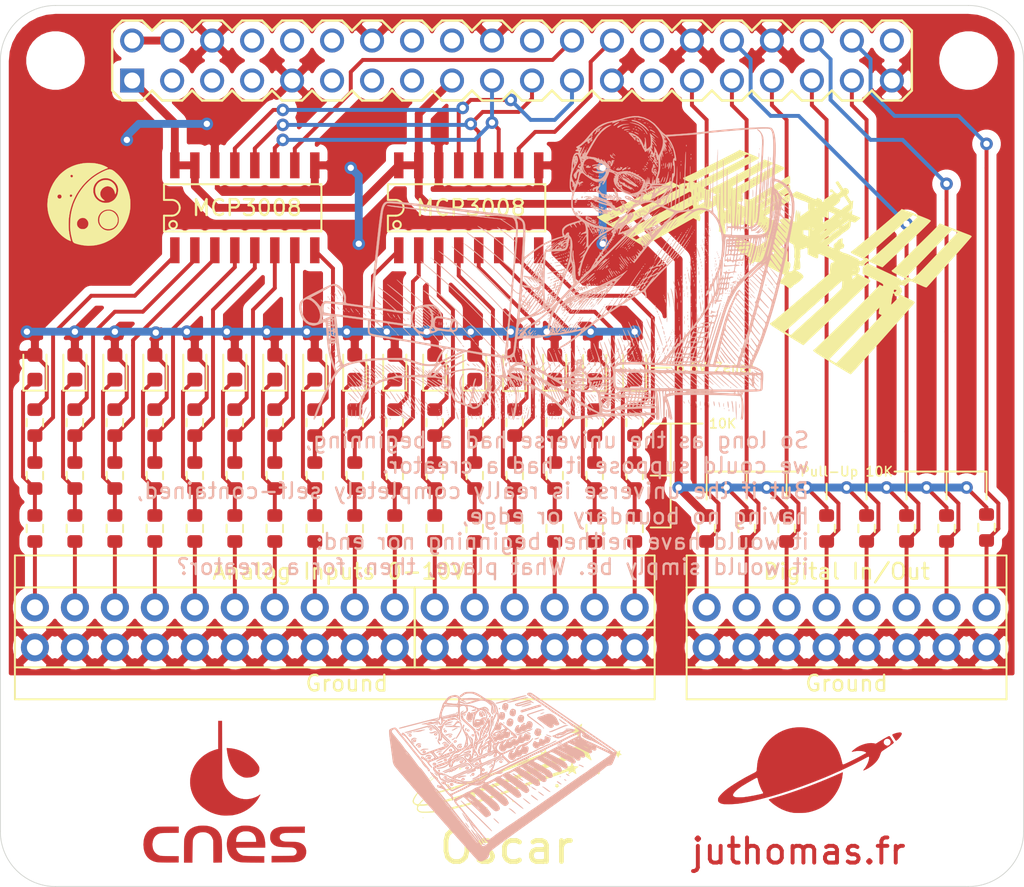
<source format=kicad_pcb>
(kicad_pcb (version 20171130) (host pcbnew "(5.1.12-1-10_14)")
  (layers (0 Top signal) (31 Bottom signal) (34 B.Paste user) (35 F.Paste user) (36 B.SilkS user) (37 F.SilkS user) (38 B.Mask user) (39 F.Mask user) (44 Edge.Cuts user))
  (net 0 "")
  (net 1 GND)
  (net 2 +5V)
  (net 3 /D8)
  (net 4 /D7)
  (net 5 /D6)
  (net 6 /D5)
  (net 7 /D4)
  (net 8 /D3)
  (net 9 /D2)
  (net 10 /D1)
  (net 11 /GPIO7)
  (net 12 /GPIO8)
  (net 13 /GPIO11)
  (net 14 /GPIO9)
  (net 15 /GPIO10)
  (net 16 /3V3_REG)
  (net 17 /CH7)
  (net 18 /CH6)
  (net 19 /CH5)
  (net 20 /CH4)
  (net 21 /CH3)
  (net 22 /CH2)
  (net 23 /CH1)
  (net 24 /CH0)
  (net 25 /CH15)
  (net 26 /CH14)
  (net 27 /CH13)
  (net 28 /CH12)
  (net 29 /CH11)
  (net 30 /CH10)
  (net 31 /CH9)
  (net 32 /CH8)
  (net 33 /RG15)
  (net 34 /RG14)
  (net 35 /RG13)
  (net 36 /RG12)
  (net 37 /RG11)
  (net 38 /RG10)
  (net 39 /RG9)
  (net 40 /RG8)
  (net 41 /RG7)
  (net 42 /RG6)
  (net 43 /RG5)
  (net 44 /RG4)
  (net 45 /RG3)
  (net 46 /RG2)
  (net 47 /RG1)
  (net 48 /RG0)
  (net 49 "Net-(D1-Pad1)")
  (net 50 "Net-(D2-Pad1)")
  (net 51 "Net-(D3-Pad1)")
  (net 52 "Net-(D4-Pad1)")
  (net 53 "Net-(D5-Pad1)")
  (net 54 "Net-(D6-Pad1)")
  (net 55 "Net-(D7-Pad1)")
  (net 56 "Net-(D8-Pad1)")
  (net 57 "Net-(D9-Pad1)")
  (net 58 "Net-(D10-Pad1)")
  (net 59 "Net-(D11-Pad1)")
  (net 60 "Net-(D12-Pad1)")
  (net 61 "Net-(D13-Pad1)")
  (net 62 "Net-(D14-Pad1)")
  (net 63 "Net-(D15-Pad1)")
  (net 64 "Net-(D16-Pad1)")
  (module Raspberry_modular:1X10-BIG (layer Top) (at 39.078 66.002)
    (fp_text reference U$5 hide)
    (fp_text value PINHD-1X10)
    (pad 10 thru_hole circle (at 11.43 0 90) (size 1.778 1.778) (drill 1.016) (layers *.Cu *.Mask) (net 1 GND))
    (pad 9 thru_hole circle (at 8.89 0 90) (size 1.778 1.778) (drill 1.016) (layers *.Cu *.Mask) (net 1 GND))
    (pad 8 thru_hole circle (at 6.35 0 90) (size 1.778 1.778) (drill 1.016) (layers *.Cu *.Mask) (net 1 GND))
    (pad 7 thru_hole circle (at 3.81 0 90) (size 1.778 1.778) (drill 1.016) (layers *.Cu *.Mask) (net 1 GND))
    (pad 6 thru_hole circle (at 1.27 0 90) (size 1.778 1.778) (drill 1.016) (layers *.Cu *.Mask) (net 1 GND))
    (pad 5 thru_hole circle (at -1.27 0 90) (size 1.778 1.778) (drill 1.016) (layers *.Cu *.Mask) (net 1 GND))
    (pad 4 thru_hole circle (at -3.81 0 90) (size 1.778 1.778) (drill 1.016) (layers *.Cu *.Mask) (net 1 GND))
    (pad 3 thru_hole circle (at -6.35 0 90) (size 1.778 1.778) (drill 1.016) (layers *.Cu *.Mask) (net 1 GND))
    (pad 2 thru_hole circle (at -8.89 0 90) (size 1.778 1.778) (drill 1.016) (layers *.Cu *.Mask) (net 1 GND))
    (pad 1 thru_hole circle (at -11.43 0 90) (size 1.778 1.778) (drill 1.016) (layers *.Cu *.Mask) (net 1 GND))
  )
  (module Raspberry_modular:1X10-BIG (layer Top) (at 39.078 63.462)
    (fp_text reference U$3 hide)
    (fp_text value PINHD-1X10)
    (pad 10 thru_hole circle (at 11.43 0 90) (size 1.778 1.778) (drill 1.016) (layers *.Cu *.Mask) (net 39 /RG9))
    (pad 9 thru_hole circle (at 8.89 0 90) (size 1.778 1.778) (drill 1.016) (layers *.Cu *.Mask) (net 40 /RG8))
    (pad 8 thru_hole circle (at 6.35 0 90) (size 1.778 1.778) (drill 1.016) (layers *.Cu *.Mask) (net 41 /RG7))
    (pad 7 thru_hole circle (at 3.81 0 90) (size 1.778 1.778) (drill 1.016) (layers *.Cu *.Mask) (net 42 /RG6))
    (pad 6 thru_hole circle (at 1.27 0 90) (size 1.778 1.778) (drill 1.016) (layers *.Cu *.Mask) (net 43 /RG5))
    (pad 5 thru_hole circle (at -1.27 0 90) (size 1.778 1.778) (drill 1.016) (layers *.Cu *.Mask) (net 44 /RG4))
    (pad 4 thru_hole circle (at -3.81 0 90) (size 1.778 1.778) (drill 1.016) (layers *.Cu *.Mask) (net 45 /RG3))
    (pad 3 thru_hole circle (at -6.35 0 90) (size 1.778 1.778) (drill 1.016) (layers *.Cu *.Mask) (net 46 /RG2))
    (pad 2 thru_hole circle (at -8.89 0 90) (size 1.778 1.778) (drill 1.016) (layers *.Cu *.Mask) (net 47 /RG1))
    (pad 1 thru_hole circle (at -11.43 0 90) (size 1.778 1.778) (drill 1.016) (layers *.Cu *.Mask) (net 48 /RG0))
  )
  (module Raspberry_modular:SOIC16 (layer Top) (at 54.572 38.062 90)
    (fp_text reference U3 hide)
    (fp_text value MCP3008 hide)
    (fp_text user MCP3008 (at 0 0.775 unlocked) (layer F.SilkS))
    (pad 16 smd rect (at 2.7 -3.81 90) (size 1.65 0.6) (layers Top F.Paste F.Mask) (net 16 /3V3_REG))
    (pad 15 smd rect (at 2.7 -2.54 90) (size 1.65 0.6) (layers Top F.Paste F.Mask) (net 16 /3V3_REG))
    (pad 14 smd rect (at 2.7 -1.27 90) (size 1.65 0.6) (layers Top F.Paste F.Mask) (net 1 GND))
    (pad 13 smd rect (at 2.7 0 90) (size 1.65 0.6) (layers Top F.Paste F.Mask) (net 13 /GPIO11))
    (pad 12 smd rect (at 2.7 1.27 90) (size 1.65 0.6) (layers Top F.Paste F.Mask) (net 14 /GPIO9))
    (pad 11 smd rect (at 2.7 2.54 90) (size 1.65 0.6) (layers Top F.Paste F.Mask) (net 15 /GPIO10))
    (pad 10 smd rect (at 2.7 3.81 90) (size 1.65 0.6) (layers Top F.Paste F.Mask) (net 11 /GPIO7))
    (pad 9 smd rect (at 2.7 5.08 90) (size 1.65 0.6) (layers Top F.Paste F.Mask) (net 1 GND))
    (pad 8 smd rect (at -2.7 5.08 90) (size 1.65 0.6) (layers Top F.Paste F.Mask) (net 25 /CH15))
    (pad 7 smd rect (at -2.7 3.81 90) (size 1.65 0.6) (layers Top F.Paste F.Mask) (net 26 /CH14))
    (pad 6 smd rect (at -2.7 2.54 90) (size 1.65 0.6) (layers Top F.Paste F.Mask) (net 27 /CH13))
    (pad 5 smd rect (at -2.7 1.27 90) (size 1.65 0.6) (layers Top F.Paste F.Mask) (net 28 /CH12))
    (pad 4 smd rect (at -2.7 0 90) (size 1.65 0.6) (layers Top F.Paste F.Mask) (net 29 /CH11))
    (pad 3 smd rect (at -2.7 -1.27 90) (size 1.65 0.6) (layers Top F.Paste F.Mask) (net 30 /CH10))
    (pad 2 smd rect (at -2.7 -2.54 90) (size 1.65 0.6) (layers Top F.Paste F.Mask) (net 31 /CH9))
    (pad 1 smd rect (at -2.7 -3.81 90) (size 1.65 0.6) (layers Top F.Paste F.Mask) (net 32 /CH8))
  )
  (module Raspberry_modular:SOIC16 (layer Top) (at 40.348 38.062 90)
    (fp_text reference U1 hide)
    (fp_text value MCP3008 hide)
    (fp_text user MCP3008 (at 0 0.775 unlocked) (layer F.SilkS))
    (pad 16 smd rect (at 2.7 -3.81 90) (size 1.65 0.6) (layers Top F.Paste F.Mask) (net 16 /3V3_REG))
    (pad 15 smd rect (at 2.7 -2.54 90) (size 1.65 0.6) (layers Top F.Paste F.Mask) (net 16 /3V3_REG))
    (pad 14 smd rect (at 2.7 -1.27 90) (size 1.65 0.6) (layers Top F.Paste F.Mask) (net 1 GND))
    (pad 13 smd rect (at 2.7 0 90) (size 1.65 0.6) (layers Top F.Paste F.Mask) (net 13 /GPIO11))
    (pad 12 smd rect (at 2.7 1.27 90) (size 1.65 0.6) (layers Top F.Paste F.Mask) (net 14 /GPIO9))
    (pad 11 smd rect (at 2.7 2.54 90) (size 1.65 0.6) (layers Top F.Paste F.Mask) (net 15 /GPIO10))
    (pad 10 smd rect (at 2.7 3.81 90) (size 1.65 0.6) (layers Top F.Paste F.Mask) (net 12 /GPIO8))
    (pad 9 smd rect (at 2.7 5.08 90) (size 1.65 0.6) (layers Top F.Paste F.Mask) (net 1 GND))
    (pad 8 smd rect (at -2.7 5.08 90) (size 1.65 0.6) (layers Top F.Paste F.Mask) (net 17 /CH7))
    (pad 7 smd rect (at -2.7 3.81 90) (size 1.65 0.6) (layers Top F.Paste F.Mask) (net 18 /CH6))
    (pad 6 smd rect (at -2.7 2.54 90) (size 1.65 0.6) (layers Top F.Paste F.Mask) (net 19 /CH5))
    (pad 5 smd rect (at -2.7 1.27 90) (size 1.65 0.6) (layers Top F.Paste F.Mask) (net 20 /CH4))
    (pad 4 smd rect (at -2.7 0 90) (size 1.65 0.6) (layers Top F.Paste F.Mask) (net 21 /CH3))
    (pad 3 smd rect (at -2.7 -1.27 90) (size 1.65 0.6) (layers Top F.Paste F.Mask) (net 22 /CH2))
    (pad 2 smd rect (at -2.7 -2.54 90) (size 1.65 0.6) (layers Top F.Paste F.Mask) (net 23 /CH1))
    (pad 1 smd rect (at -2.7 -3.81 90) (size 1.65 0.6) (layers Top F.Paste F.Mask) (net 24 /CH0))
  )
  (module Raspberry_modular:R_0603_1608Metric (layer Top) (at 80.48 58.445 90)
    (fp_text reference R56 hide)
    (fp_text value 10K)
    (pad 1 smd roundrect (at -0.825 0 90) (size 0.8 0.95) (layers Top F.Paste F.Mask) (net 6 /D5))
    (pad 2 smd roundrect (at 0.825 0 90) (size 0.8 0.95) (layers Top F.Paste F.Mask) (net 16 /3V3_REG))
  )
  (module Raspberry_modular:R_0603_1608Metric (layer Top) (at 83.02 58.445 90)
    (fp_text reference R55 hide)
    (fp_text value 10K)
    (pad 1 smd roundrect (at -0.825 0 90) (size 0.8 0.95) (layers Top F.Paste F.Mask) (net 5 /D6))
    (pad 2 smd roundrect (at 0.825 0 90) (size 0.8 0.95) (layers Top F.Paste F.Mask) (net 16 /3V3_REG))
  )
  (module Raspberry_modular:R_0603_1608Metric (layer Top) (at 85.56 58.445 90)
    (fp_text reference R54 hide)
    (fp_text value 10K)
    (pad 1 smd roundrect (at -0.825 0 90) (size 0.8 0.95) (layers Top F.Paste F.Mask) (net 4 /D7))
    (pad 2 smd roundrect (at 0.825 0 90) (size 0.8 0.95) (layers Top F.Paste F.Mask) (net 16 /3V3_REG))
  )
  (module Raspberry_modular:R_0603_1608Metric (layer Top) (at 88.1 58.382 90)
    (fp_text reference R53 hide)
    (fp_text value 10K)
    (pad 1 smd roundrect (at -0.825 0 90) (size 0.8 0.95) (layers Top F.Paste F.Mask) (net 3 /D8))
    (pad 2 smd roundrect (at 0.825 0 90) (size 0.8 0.95) (layers Top F.Paste F.Mask) (net 16 /3V3_REG))
  )
  (module Raspberry_modular:R_0603_1608Metric (layer Top) (at 70.32 58.445 90)
    (fp_text reference R52 hide)
    (fp_text value 10K)
    (pad 1 smd roundrect (at -0.825 0 90) (size 0.8 0.95) (layers Top F.Paste F.Mask) (net 10 /D1))
    (pad 2 smd roundrect (at 0.825 0 90) (size 0.8 0.95) (layers Top F.Paste F.Mask) (net 16 /3V3_REG))
  )
  (module Raspberry_modular:R_0603_1608Metric (layer Top) (at 72.86 58.445 90)
    (fp_text reference R51 hide)
    (fp_text value 10K)
    (pad 1 smd roundrect (at -0.825 0 90) (size 0.8 0.95) (layers Top F.Paste F.Mask) (net 9 /D2))
    (pad 2 smd roundrect (at 0.825 0 90) (size 0.8 0.95) (layers Top F.Paste F.Mask) (net 16 /3V3_REG))
  )
  (module Raspberry_modular:R_0603_1608Metric (layer Top) (at 75.4 58.445 90)
    (fp_text reference R50 hide)
    (fp_text value 10K)
    (pad 1 smd roundrect (at -0.825 0 90) (size 0.8 0.95) (layers Top F.Paste F.Mask) (net 8 /D3))
    (pad 2 smd roundrect (at 0.825 0 90) (size 0.8 0.95) (layers Top F.Paste F.Mask) (net 16 /3V3_REG))
  )
  (module Raspberry_modular:R_0603_1608Metric (layer Top) (at 65.748 58.445 90)
    (fp_text reference R49 hide)
    (fp_text value 10K)
    (pad 1 smd roundrect (at -0.825 0 90) (size 0.8 0.95) (layers Top F.Paste F.Mask) (net 33 /RG15))
    (pad 2 smd roundrect (at 0.825 0 90) (size 0.8 0.95) (layers Top F.Paste F.Mask) (net 64 "Net-(D16-Pad1)"))
  )
  (module Raspberry_modular:R_0603_1608Metric (layer Top) (at 65.748 55.08 90)
    (fp_text reference R48 hide)
    (fp_text value 10K)
    (pad 1 smd roundrect (at -0.825 0 90) (size 0.8 0.95) (layers Top F.Paste F.Mask) (net 64 "Net-(D16-Pad1)"))
    (pad 2 smd roundrect (at 0.825 0 90) (size 0.8 0.95) (layers Top F.Paste F.Mask) (net 25 /CH15))
  )
  (module Raspberry_modular:R_0603_1608Metric (layer Top) (at 65.748 51.715 90)
    (fp_text reference R47 hide)
    (fp_text value 10K)
    (pad 1 smd roundrect (at -0.825 0 90) (size 0.8 0.95) (layers Top F.Paste F.Mask) (net 25 /CH15))
    (pad 2 smd roundrect (at 0.825 0 90) (size 0.8 0.95) (layers Top F.Paste F.Mask) (net 1 GND))
  )
  (module Raspberry_modular:R_0603_1608Metric (layer Top) (at 63.208 58.445 90)
    (fp_text reference R46 hide)
    (fp_text value 10K)
    (pad 1 smd roundrect (at -0.825 0 90) (size 0.8 0.95) (layers Top F.Paste F.Mask) (net 34 /RG14))
    (pad 2 smd roundrect (at 0.825 0 90) (size 0.8 0.95) (layers Top F.Paste F.Mask) (net 63 "Net-(D15-Pad1)"))
  )
  (module Raspberry_modular:R_0603_1608Metric (layer Top) (at 63.208 55.08 90)
    (fp_text reference R45 hide)
    (fp_text value 10K)
    (pad 1 smd roundrect (at -0.825 0 90) (size 0.8 0.95) (layers Top F.Paste F.Mask) (net 63 "Net-(D15-Pad1)"))
    (pad 2 smd roundrect (at 0.825 0 90) (size 0.8 0.95) (layers Top F.Paste F.Mask) (net 26 /CH14))
  )
  (module Raspberry_modular:R_0603_1608Metric (layer Top) (at 63.208 51.715 90)
    (fp_text reference R44 hide)
    (fp_text value 10K)
    (pad 1 smd roundrect (at -0.825 0 90) (size 0.8 0.95) (layers Top F.Paste F.Mask) (net 26 /CH14))
    (pad 2 smd roundrect (at 0.825 0 90) (size 0.8 0.95) (layers Top F.Paste F.Mask) (net 1 GND))
  )
  (module Raspberry_modular:R_0603_1608Metric (layer Top) (at 60.668 58.445 90)
    (fp_text reference R43 hide)
    (fp_text value 10K)
    (pad 1 smd roundrect (at -0.825 0 90) (size 0.8 0.95) (layers Top F.Paste F.Mask) (net 35 /RG13))
    (pad 2 smd roundrect (at 0.825 0 90) (size 0.8 0.95) (layers Top F.Paste F.Mask) (net 62 "Net-(D14-Pad1)"))
  )
  (module Raspberry_modular:R_0603_1608Metric (layer Top) (at 60.668 55.08 90)
    (fp_text reference R42 hide)
    (fp_text value 10K)
    (pad 1 smd roundrect (at -0.825 0 90) (size 0.8 0.95) (layers Top F.Paste F.Mask) (net 62 "Net-(D14-Pad1)"))
    (pad 2 smd roundrect (at 0.825 0 90) (size 0.8 0.95) (layers Top F.Paste F.Mask) (net 27 /CH13))
  )
  (module Raspberry_modular:R_0603_1608Metric (layer Top) (at 60.668 51.715 90)
    (fp_text reference R41 hide)
    (fp_text value 10K)
    (pad 1 smd roundrect (at -0.825 0 90) (size 0.8 0.95) (layers Top F.Paste F.Mask) (net 27 /CH13))
    (pad 2 smd roundrect (at 0.825 0 90) (size 0.8 0.95) (layers Top F.Paste F.Mask) (net 1 GND))
  )
  (module Raspberry_modular:R_0603_1608Metric (layer Top) (at 58.128 58.445 90)
    (fp_text reference R40 hide)
    (fp_text value 10K)
    (pad 1 smd roundrect (at -0.825 0 90) (size 0.8 0.95) (layers Top F.Paste F.Mask) (net 36 /RG12))
    (pad 2 smd roundrect (at 0.825 0 90) (size 0.8 0.95) (layers Top F.Paste F.Mask) (net 61 "Net-(D13-Pad1)"))
  )
  (module Raspberry_modular:R_0603_1608Metric (layer Top) (at 58.128 55.08 90)
    (fp_text reference R39 hide)
    (fp_text value 10K)
    (pad 1 smd roundrect (at -0.825 0 90) (size 0.8 0.95) (layers Top F.Paste F.Mask) (net 61 "Net-(D13-Pad1)"))
    (pad 2 smd roundrect (at 0.825 0 90) (size 0.8 0.95) (layers Top F.Paste F.Mask) (net 28 /CH12))
  )
  (module Raspberry_modular:R_0603_1608Metric (layer Top) (at 58.128 51.715 90)
    (fp_text reference R38 hide)
    (fp_text value 10K)
    (pad 1 smd roundrect (at -0.825 0 90) (size 0.8 0.95) (layers Top F.Paste F.Mask) (net 28 /CH12))
    (pad 2 smd roundrect (at 0.825 0 90) (size 0.8 0.95) (layers Top F.Paste F.Mask) (net 1 GND))
  )
  (module Raspberry_modular:R_0603_1608Metric (layer Top) (at 55.588 58.445 90)
    (fp_text reference R37 hide)
    (fp_text value 10K)
    (pad 1 smd roundrect (at -0.825 0 90) (size 0.8 0.95) (layers Top F.Paste F.Mask) (net 37 /RG11))
    (pad 2 smd roundrect (at 0.825 0 90) (size 0.8 0.95) (layers Top F.Paste F.Mask) (net 60 "Net-(D12-Pad1)"))
  )
  (module Raspberry_modular:R_0603_1608Metric (layer Top) (at 55.588 55.08 90)
    (fp_text reference R36 hide)
    (fp_text value 10K)
    (pad 1 smd roundrect (at -0.825 0 90) (size 0.8 0.95) (layers Top F.Paste F.Mask) (net 60 "Net-(D12-Pad1)"))
    (pad 2 smd roundrect (at 0.825 0 90) (size 0.8 0.95) (layers Top F.Paste F.Mask) (net 29 /CH11))
  )
  (module Raspberry_modular:R_0603_1608Metric (layer Top) (at 55.588 51.715 90)
    (fp_text reference R35 hide)
    (fp_text value 10K)
    (pad 1 smd roundrect (at -0.825 0 90) (size 0.8 0.95) (layers Top F.Paste F.Mask) (net 29 /CH11))
    (pad 2 smd roundrect (at 0.825 0 90) (size 0.8 0.95) (layers Top F.Paste F.Mask) (net 1 GND))
  )
  (module Raspberry_modular:R_0603_1608Metric (layer Top) (at 53.048 58.445 90)
    (fp_text reference R34 hide)
    (fp_text value 10K)
    (pad 1 smd roundrect (at -0.825 0 90) (size 0.8 0.95) (layers Top F.Paste F.Mask) (net 38 /RG10))
    (pad 2 smd roundrect (at 0.825 0 90) (size 0.8 0.95) (layers Top F.Paste F.Mask) (net 59 "Net-(D11-Pad1)"))
  )
  (module Raspberry_modular:R_0603_1608Metric (layer Top) (at 53.048 55.08 90)
    (fp_text reference R33 hide)
    (fp_text value 10K)
    (pad 1 smd roundrect (at -0.825 0 90) (size 0.8 0.95) (layers Top F.Paste F.Mask) (net 59 "Net-(D11-Pad1)"))
    (pad 2 smd roundrect (at 0.825 0 90) (size 0.8 0.95) (layers Top F.Paste F.Mask) (net 30 /CH10))
  )
  (module Raspberry_modular:R_0603_1608Metric (layer Top) (at 53.048 51.715 90)
    (fp_text reference R32 hide)
    (fp_text value 10K)
    (pad 1 smd roundrect (at -0.825 0 90) (size 0.8 0.95) (layers Top F.Paste F.Mask) (net 30 /CH10))
    (pad 2 smd roundrect (at 0.825 0 90) (size 0.8 0.95) (layers Top F.Paste F.Mask) (net 1 GND))
  )
  (module Raspberry_modular:R_0603_1608Metric (layer Top) (at 50.508 58.445 90)
    (fp_text reference R31 hide)
    (fp_text value 10K)
    (pad 1 smd roundrect (at -0.825 0 90) (size 0.8 0.95) (layers Top F.Paste F.Mask) (net 39 /RG9))
    (pad 2 smd roundrect (at 0.825 0 90) (size 0.8 0.95) (layers Top F.Paste F.Mask) (net 58 "Net-(D10-Pad1)"))
  )
  (module Raspberry_modular:R_0603_1608Metric (layer Top) (at 50.508 55.08 90)
    (fp_text reference R30 hide)
    (fp_text value 10K)
    (pad 1 smd roundrect (at -0.825 0 90) (size 0.8 0.95) (layers Top F.Paste F.Mask) (net 58 "Net-(D10-Pad1)"))
    (pad 2 smd roundrect (at 0.825 0 90) (size 0.8 0.95) (layers Top F.Paste F.Mask) (net 31 /CH9))
  )
  (module Raspberry_modular:R_0603_1608Metric (layer Top) (at 50.508 51.715 90)
    (fp_text reference R29 hide)
    (fp_text value 10K)
    (pad 1 smd roundrect (at -0.825 0 90) (size 0.8 0.95) (layers Top F.Paste F.Mask) (net 31 /CH9))
    (pad 2 smd roundrect (at 0.825 0 90) (size 0.8 0.95) (layers Top F.Paste F.Mask) (net 1 GND))
  )
  (module Raspberry_modular:R_0603_1608Metric (layer Top) (at 47.968 58.445 90)
    (fp_text reference R28 hide)
    (fp_text value 10K)
    (pad 1 smd roundrect (at -0.825 0 90) (size 0.8 0.95) (layers Top F.Paste F.Mask) (net 40 /RG8))
    (pad 2 smd roundrect (at 0.825 0 90) (size 0.8 0.95) (layers Top F.Paste F.Mask) (net 57 "Net-(D9-Pad1)"))
  )
  (module Raspberry_modular:R_0603_1608Metric (layer Top) (at 47.968 55.08 90)
    (fp_text reference R27 hide)
    (fp_text value 10K)
    (pad 1 smd roundrect (at -0.825 0 90) (size 0.8 0.95) (layers Top F.Paste F.Mask) (net 57 "Net-(D9-Pad1)"))
    (pad 2 smd roundrect (at 0.825 0 90) (size 0.8 0.95) (layers Top F.Paste F.Mask) (net 32 /CH8))
  )
  (module Raspberry_modular:R_0603_1608Metric (layer Top) (at 47.968 51.715 90)
    (fp_text reference R26 hide)
    (fp_text value 10K)
    (pad 1 smd roundrect (at -0.825 0 90) (size 0.8 0.95) (layers Top F.Paste F.Mask) (net 32 /CH8))
    (pad 2 smd roundrect (at 0.825 0 90) (size 0.8 0.95) (layers Top F.Paste F.Mask) (net 1 GND))
  )
  (module Raspberry_modular:R_0603_1608Metric (layer Top) (at 45.428 58.445 90)
    (fp_text reference R25 hide)
    (fp_text value 10K)
    (pad 1 smd roundrect (at -0.825 0 90) (size 0.8 0.95) (layers Top F.Paste F.Mask) (net 41 /RG7))
    (pad 2 smd roundrect (at 0.825 0 90) (size 0.8 0.95) (layers Top F.Paste F.Mask) (net 56 "Net-(D8-Pad1)"))
  )
  (module Raspberry_modular:R_0603_1608Metric (layer Top) (at 45.428 55.08 90)
    (fp_text reference R24 hide)
    (fp_text value 10K)
    (pad 1 smd roundrect (at -0.825 0 90) (size 0.8 0.95) (layers Top F.Paste F.Mask) (net 56 "Net-(D8-Pad1)"))
    (pad 2 smd roundrect (at 0.825 0 90) (size 0.8 0.95) (layers Top F.Paste F.Mask) (net 17 /CH7))
  )
  (module Raspberry_modular:R_0603_1608Metric (layer Top) (at 45.428 51.715 90)
    (fp_text reference R23 hide)
    (fp_text value 10K)
    (pad 1 smd roundrect (at -0.825 0 90) (size 0.8 0.95) (layers Top F.Paste F.Mask) (net 17 /CH7))
    (pad 2 smd roundrect (at 0.825 0 90) (size 0.8 0.95) (layers Top F.Paste F.Mask) (net 1 GND))
  )
  (module Raspberry_modular:R_0603_1608Metric (layer Top) (at 42.888 58.445 90)
    (fp_text reference R22 hide)
    (fp_text value 10K)
    (pad 1 smd roundrect (at -0.825 0 90) (size 0.8 0.95) (layers Top F.Paste F.Mask) (net 42 /RG6))
    (pad 2 smd roundrect (at 0.825 0 90) (size 0.8 0.95) (layers Top F.Paste F.Mask) (net 55 "Net-(D7-Pad1)"))
  )
  (module Raspberry_modular:R_0603_1608Metric (layer Top) (at 42.888 55.08 90)
    (fp_text reference R21 hide)
    (fp_text value 10K)
    (pad 1 smd roundrect (at -0.825 0 90) (size 0.8 0.95) (layers Top F.Paste F.Mask) (net 55 "Net-(D7-Pad1)"))
    (pad 2 smd roundrect (at 0.825 0 90) (size 0.8 0.95) (layers Top F.Paste F.Mask) (net 18 /CH6))
  )
  (module Raspberry_modular:R_0603_1608Metric (layer Top) (at 42.888 51.715 90)
    (fp_text reference R20 hide)
    (fp_text value 10K)
    (pad 1 smd roundrect (at -0.825 0 90) (size 0.8 0.95) (layers Top F.Paste F.Mask) (net 18 /CH6))
    (pad 2 smd roundrect (at 0.825 0 90) (size 0.8 0.95) (layers Top F.Paste F.Mask) (net 1 GND))
  )
  (module Raspberry_modular:R_0603_1608Metric (layer Top) (at 40.348 58.445 90)
    (fp_text reference R19 hide)
    (fp_text value 10K)
    (pad 1 smd roundrect (at -0.825 0 90) (size 0.8 0.95) (layers Top F.Paste F.Mask) (net 43 /RG5))
    (pad 2 smd roundrect (at 0.825 0 90) (size 0.8 0.95) (layers Top F.Paste F.Mask) (net 54 "Net-(D6-Pad1)"))
  )
  (module Raspberry_modular:R_0603_1608Metric (layer Top) (at 40.348 55.08 90)
    (fp_text reference R18 hide)
    (fp_text value 10K)
    (pad 1 smd roundrect (at -0.825 0 90) (size 0.8 0.95) (layers Top F.Paste F.Mask) (net 54 "Net-(D6-Pad1)"))
    (pad 2 smd roundrect (at 0.825 0 90) (size 0.8 0.95) (layers Top F.Paste F.Mask) (net 19 /CH5))
  )
  (module Raspberry_modular:R_0603_1608Metric (layer Top) (at 40.348 51.715 90)
    (fp_text reference R17 hide)
    (fp_text value 10K)
    (pad 1 smd roundrect (at -0.825 0 90) (size 0.8 0.95) (layers Top F.Paste F.Mask) (net 19 /CH5))
    (pad 2 smd roundrect (at 0.825 0 90) (size 0.8 0.95) (layers Top F.Paste F.Mask) (net 1 GND))
  )
  (module Raspberry_modular:R_0603_1608Metric (layer Top) (at 37.808 58.445 90)
    (fp_text reference R16 hide)
    (fp_text value 10K)
    (pad 1 smd roundrect (at -0.825 0 90) (size 0.8 0.95) (layers Top F.Paste F.Mask) (net 44 /RG4))
    (pad 2 smd roundrect (at 0.825 0 90) (size 0.8 0.95) (layers Top F.Paste F.Mask) (net 53 "Net-(D5-Pad1)"))
  )
  (module Raspberry_modular:R_0603_1608Metric (layer Top) (at 37.808 55.08 90)
    (fp_text reference R15 hide)
    (fp_text value 10K)
    (pad 1 smd roundrect (at -0.825 0 90) (size 0.8 0.95) (layers Top F.Paste F.Mask) (net 53 "Net-(D5-Pad1)"))
    (pad 2 smd roundrect (at 0.825 0 90) (size 0.8 0.95) (layers Top F.Paste F.Mask) (net 20 /CH4))
  )
  (module Raspberry_modular:R_0603_1608Metric (layer Top) (at 37.808 51.715 90)
    (fp_text reference R14 hide)
    (fp_text value 10K)
    (pad 1 smd roundrect (at -0.825 0 90) (size 0.8 0.95) (layers Top F.Paste F.Mask) (net 20 /CH4))
    (pad 2 smd roundrect (at 0.825 0 90) (size 0.8 0.95) (layers Top F.Paste F.Mask) (net 1 GND))
  )
  (module Raspberry_modular:R_0603_1608Metric (layer Top) (at 35.268 58.445 90)
    (fp_text reference R13 hide)
    (fp_text value 10K)
    (pad 1 smd roundrect (at -0.825 0 90) (size 0.8 0.95) (layers Top F.Paste F.Mask) (net 45 /RG3))
    (pad 2 smd roundrect (at 0.825 0 90) (size 0.8 0.95) (layers Top F.Paste F.Mask) (net 52 "Net-(D4-Pad1)"))
  )
  (module Raspberry_modular:R_0603_1608Metric (layer Top) (at 35.268 55.08 90)
    (fp_text reference R12 hide)
    (fp_text value 10K)
    (pad 1 smd roundrect (at -0.825 0 90) (size 0.8 0.95) (layers Top F.Paste F.Mask) (net 52 "Net-(D4-Pad1)"))
    (pad 2 smd roundrect (at 0.825 0 90) (size 0.8 0.95) (layers Top F.Paste F.Mask) (net 21 /CH3))
  )
  (module Raspberry_modular:R_0603_1608Metric (layer Top) (at 35.268 51.715 90)
    (fp_text reference R11 hide)
    (fp_text value 10K)
    (pad 1 smd roundrect (at -0.825 0 90) (size 0.8 0.95) (layers Top F.Paste F.Mask) (net 21 /CH3))
    (pad 2 smd roundrect (at 0.825 0 90) (size 0.8 0.95) (layers Top F.Paste F.Mask) (net 1 GND))
  )
  (module Raspberry_modular:R_0603_1608Metric (layer Top) (at 32.728 58.445 90)
    (fp_text reference R10 hide)
    (fp_text value 10K)
    (pad 1 smd roundrect (at -0.825 0 90) (size 0.8 0.95) (layers Top F.Paste F.Mask) (net 46 /RG2))
    (pad 2 smd roundrect (at 0.825 0 90) (size 0.8 0.95) (layers Top F.Paste F.Mask) (net 51 "Net-(D3-Pad1)"))
  )
  (module Raspberry_modular:R_0603_1608Metric (layer Top) (at 32.728 55.08 90)
    (fp_text reference R9 hide)
    (fp_text value 10K)
    (pad 1 smd roundrect (at -0.825 0 90) (size 0.8 0.95) (layers Top F.Paste F.Mask) (net 51 "Net-(D3-Pad1)"))
    (pad 2 smd roundrect (at 0.825 0 90) (size 0.8 0.95) (layers Top F.Paste F.Mask) (net 22 /CH2))
  )
  (module Raspberry_modular:R_0603_1608Metric (layer Top) (at 32.728 51.715 90)
    (fp_text reference R8 hide)
    (fp_text value 10K)
    (pad 1 smd roundrect (at -0.825 0 90) (size 0.8 0.95) (layers Top F.Paste F.Mask) (net 22 /CH2))
    (pad 2 smd roundrect (at 0.825 0 90) (size 0.8 0.95) (layers Top F.Paste F.Mask) (net 1 GND))
  )
  (module Raspberry_modular:R_0603_1608Metric (layer Top) (at 30.188 58.445 90)
    (fp_text reference R7 hide)
    (fp_text value 10K)
    (pad 1 smd roundrect (at -0.825 0 90) (size 0.8 0.95) (layers Top F.Paste F.Mask) (net 47 /RG1))
    (pad 2 smd roundrect (at 0.825 0 90) (size 0.8 0.95) (layers Top F.Paste F.Mask) (net 50 "Net-(D2-Pad1)"))
  )
  (module Raspberry_modular:R_0603_1608Metric (layer Top) (at 30.188 55.08 90)
    (fp_text reference R6 hide)
    (fp_text value 10K)
    (pad 1 smd roundrect (at -0.825 0 90) (size 0.8 0.95) (layers Top F.Paste F.Mask) (net 50 "Net-(D2-Pad1)"))
    (pad 2 smd roundrect (at 0.825 0 90) (size 0.8 0.95) (layers Top F.Paste F.Mask) (net 23 /CH1))
  )
  (module Raspberry_modular:R_0603_1608Metric (layer Top) (at 30.188 51.715 90)
    (fp_text reference R5 hide)
    (fp_text value 10K)
    (pad 1 smd roundrect (at -0.825 0 90) (size 0.8 0.95) (layers Top F.Paste F.Mask) (net 23 /CH1))
    (pad 2 smd roundrect (at 0.825 0 90) (size 0.8 0.95) (layers Top F.Paste F.Mask) (net 1 GND))
  )
  (module Raspberry_modular:R_0603_1608Metric (layer Top) (at 77.94 58.445 90)
    (fp_text reference R4 hide)
    (fp_text value 10K)
    (pad 1 smd roundrect (at -0.825 0 90) (size 0.8 0.95) (layers Top F.Paste F.Mask) (net 7 /D4))
    (pad 2 smd roundrect (at 0.825 0 90) (size 0.8 0.95) (layers Top F.Paste F.Mask) (net 16 /3V3_REG))
  )
  (module Raspberry_modular:R_0603_1608Metric (layer Top) (at 27.648 58.445 90)
    (fp_text reference R3 hide)
    (fp_text value 10K)
    (pad 1 smd roundrect (at -0.825 0 90) (size 0.8 0.95) (layers Top F.Paste F.Mask) (net 48 /RG0))
    (pad 2 smd roundrect (at 0.825 0 90) (size 0.8 0.95) (layers Top F.Paste F.Mask) (net 49 "Net-(D1-Pad1)"))
  )
  (module Raspberry_modular:R_0603_1608Metric (layer Top) (at 27.648 55.08 90)
    (fp_text reference R2 hide)
    (fp_text value 10K)
    (pad 1 smd roundrect (at -0.825 0 90) (size 0.8 0.95) (layers Top F.Paste F.Mask) (net 49 "Net-(D1-Pad1)"))
    (pad 2 smd roundrect (at 0.825 0 90) (size 0.8 0.95) (layers Top F.Paste F.Mask) (net 24 /CH0))
  )
  (module Raspberry_modular:R_0603_1608Metric (layer Top) (at 27.648 51.715 90)
    (fp_text reference R1 hide)
    (fp_text value 10K)
    (pad 1 smd roundrect (at -0.825 0 90) (size 0.8 0.95) (layers Top F.Paste F.Mask) (net 24 /CH0))
    (pad 2 smd roundrect (at 0.825 0 90) (size 0.8 0.95) (layers Top F.Paste F.Mask) (net 1 GND))
  )
  (module Raspberry_modular:1X08-BIG (layer Top) (at 79.21 66.002)
    (fp_text reference JP7 hide)
    (fp_text value PINHD-1X8BIG)
    (pad 8 thru_hole circle (at 8.89 0 90) (size 1.778 1.778) (drill 1.016) (layers *.Cu *.Mask) (net 1 GND))
    (pad 7 thru_hole circle (at 6.35 0 90) (size 1.778 1.778) (drill 1.016) (layers *.Cu *.Mask) (net 1 GND))
    (pad 6 thru_hole circle (at 3.81 0 90) (size 1.778 1.778) (drill 1.016) (layers *.Cu *.Mask) (net 1 GND))
    (pad 5 thru_hole circle (at 1.27 0 90) (size 1.778 1.778) (drill 1.016) (layers *.Cu *.Mask) (net 1 GND))
    (pad 4 thru_hole circle (at -1.27 0 90) (size 1.778 1.778) (drill 1.016) (layers *.Cu *.Mask) (net 1 GND))
    (pad 3 thru_hole circle (at -3.81 0 90) (size 1.778 1.778) (drill 1.016) (layers *.Cu *.Mask) (net 1 GND))
    (pad 2 thru_hole circle (at -6.35 0 90) (size 1.778 1.778) (drill 1.016) (layers *.Cu *.Mask) (net 1 GND))
    (pad 1 thru_hole circle (at -8.89 0 90) (size 1.778 1.778) (drill 1.016) (layers *.Cu *.Mask) (net 1 GND))
  )
  (module Raspberry_modular:1X08-BIG (layer Top) (at 79.21 63.462)
    (fp_text reference JP5 hide)
    (fp_text value PINHD-1X8BIG)
    (pad 8 thru_hole circle (at 8.89 0 90) (size 1.778 1.778) (drill 1.016) (layers *.Cu *.Mask) (net 3 /D8))
    (pad 7 thru_hole circle (at 6.35 0 90) (size 1.778 1.778) (drill 1.016) (layers *.Cu *.Mask) (net 4 /D7))
    (pad 6 thru_hole circle (at 3.81 0 90) (size 1.778 1.778) (drill 1.016) (layers *.Cu *.Mask) (net 5 /D6))
    (pad 5 thru_hole circle (at 1.27 0 90) (size 1.778 1.778) (drill 1.016) (layers *.Cu *.Mask) (net 6 /D5))
    (pad 4 thru_hole circle (at -1.27 0 90) (size 1.778 1.778) (drill 1.016) (layers *.Cu *.Mask) (net 7 /D4))
    (pad 3 thru_hole circle (at -3.81 0 90) (size 1.778 1.778) (drill 1.016) (layers *.Cu *.Mask) (net 8 /D3))
    (pad 2 thru_hole circle (at -6.35 0 90) (size 1.778 1.778) (drill 1.016) (layers *.Cu *.Mask) (net 9 /D2))
    (pad 1 thru_hole circle (at -8.89 0 90) (size 1.778 1.778) (drill 1.016) (layers *.Cu *.Mask) (net 10 /D1))
  )
  (module Raspberry_modular:1X06-BIG (layer Top) (at 59.398 66.002)
    (fp_text reference JP3 hide)
    (fp_text value PINHD-1X6B)
    (pad 6 thru_hole circle (at 6.35 0 90) (size 1.778 1.778) (drill 1.016) (layers *.Cu *.Mask) (net 1 GND))
    (pad 5 thru_hole circle (at 3.81 0 90) (size 1.778 1.778) (drill 1.016) (layers *.Cu *.Mask) (net 1 GND))
    (pad 4 thru_hole circle (at 1.27 0 90) (size 1.778 1.778) (drill 1.016) (layers *.Cu *.Mask) (net 1 GND))
    (pad 3 thru_hole circle (at -1.27 0 90) (size 1.778 1.778) (drill 1.016) (layers *.Cu *.Mask) (net 1 GND))
    (pad 2 thru_hole circle (at -3.81 0 90) (size 1.778 1.778) (drill 1.016) (layers *.Cu *.Mask) (net 1 GND))
    (pad 1 thru_hole circle (at -6.35 0 90) (size 1.778 1.778) (drill 1.016) (layers *.Cu *.Mask) (net 1 GND))
  )
  (module Raspberry_modular:1X06-BIG (layer Top) (at 59.398 63.462)
    (fp_text reference JP1 hide)
    (fp_text value PINHD-1X6B)
    (pad 6 thru_hole circle (at 6.35 0 90) (size 1.778 1.778) (drill 1.016) (layers *.Cu *.Mask) (net 33 /RG15))
    (pad 5 thru_hole circle (at 3.81 0 90) (size 1.778 1.778) (drill 1.016) (layers *.Cu *.Mask) (net 34 /RG14))
    (pad 4 thru_hole circle (at 1.27 0 90) (size 1.778 1.778) (drill 1.016) (layers *.Cu *.Mask) (net 35 /RG13))
    (pad 3 thru_hole circle (at -1.27 0 90) (size 1.778 1.778) (drill 1.016) (layers *.Cu *.Mask) (net 36 /RG12))
    (pad 2 thru_hole circle (at -3.81 0 90) (size 1.778 1.778) (drill 1.016) (layers *.Cu *.Mask) (net 37 /RG11))
    (pad 1 thru_hole circle (at -6.35 0 90) (size 1.778 1.778) (drill 1.016) (layers *.Cu *.Mask) (net 38 /RG10))
  )
  (module Raspberry_modular:PIN_20X2 (layer Top) (at 57.956 28.702)
    (fp_text reference J1 hide)
    (fp_text value Raspberry_Pi_2_3)
    (pad 40 thru_hole circle (at 24.13 -1.27) (size 1.524 1.524) (drill 1.016) (layers *.Cu *.Mask))
    (pad 38 thru_hole circle (at 21.59 -1.27) (size 1.524 1.524) (drill 1.016) (layers *.Cu *.Mask) (net 3 /D8))
    (pad 36 thru_hole circle (at 19.05 -1.27) (size 1.524 1.524) (drill 1.016) (layers *.Cu *.Mask) (net 4 /D7))
    (pad 34 thru_hole circle (at 16.51 -1.27) (size 1.524 1.524) (drill 1.016) (layers *.Cu *.Mask) (net 1 GND))
    (pad 32 thru_hole circle (at 13.97 -1.27) (size 1.524 1.524) (drill 1.016) (layers *.Cu *.Mask) (net 5 /D6))
    (pad 30 thru_hole circle (at 11.43 -1.27) (size 1.524 1.524) (drill 1.016) (layers *.Cu *.Mask) (net 1 GND))
    (pad 39 thru_hole circle (at 24.13 1.27) (size 1.524 1.524) (drill 1.016) (layers *.Cu *.Mask) (net 1 GND))
    (pad 37 thru_hole circle (at 21.59 1.27) (size 1.524 1.524) (drill 1.016) (layers *.Cu *.Mask) (net 6 /D5))
    (pad 35 thru_hole circle (at 19.05 1.27) (size 1.524 1.524) (drill 1.016) (layers *.Cu *.Mask) (net 7 /D4))
    (pad 33 thru_hole circle (at 16.51 1.27) (size 1.524 1.524) (drill 1.016) (layers *.Cu *.Mask) (net 8 /D3))
    (pad 31 thru_hole circle (at 13.97 1.27) (size 1.524 1.524) (drill 1.016) (layers *.Cu *.Mask) (net 9 /D2))
    (pad 29 thru_hole circle (at 11.43 1.27) (size 1.524 1.524) (drill 1.016) (layers *.Cu *.Mask) (net 10 /D1))
    (pad 28 thru_hole circle (at 8.89 -1.27) (size 1.524 1.524) (drill 1.016) (layers *.Cu *.Mask))
    (pad 27 thru_hole circle (at 8.89 1.27) (size 1.524 1.524) (drill 1.016) (layers *.Cu *.Mask))
    (pad 26 thru_hole circle (at 6.35 -1.27) (size 1.524 1.524) (drill 1.016) (layers *.Cu *.Mask) (net 11 /GPIO7))
    (pad 24 thru_hole circle (at 3.81 -1.27) (size 1.524 1.524) (drill 1.016) (layers *.Cu *.Mask) (net 12 /GPIO8))
    (pad 22 thru_hole circle (at 1.27 -1.27) (size 1.524 1.524) (drill 1.016) (layers *.Cu *.Mask))
    (pad 20 thru_hole circle (at -1.27 -1.27) (size 1.524 1.524) (drill 1.016) (layers *.Cu *.Mask) (net 1 GND))
    (pad 18 thru_hole circle (at -3.81 -1.27) (size 1.524 1.524) (drill 1.016) (layers *.Cu *.Mask))
    (pad 16 thru_hole circle (at -6.35 -1.27) (size 1.524 1.524) (drill 1.016) (layers *.Cu *.Mask))
    (pad 25 thru_hole circle (at 6.35 1.27) (size 1.524 1.524) (drill 1.016) (layers *.Cu *.Mask) (net 1 GND))
    (pad 23 thru_hole circle (at 3.81 1.27) (size 1.524 1.524) (drill 1.016) (layers *.Cu *.Mask) (net 13 /GPIO11))
    (pad 21 thru_hole circle (at 1.27 1.27) (size 1.524 1.524) (drill 1.016) (layers *.Cu *.Mask) (net 14 /GPIO9))
    (pad 19 thru_hole circle (at -1.27 1.27) (size 1.524 1.524) (drill 1.016) (layers *.Cu *.Mask) (net 15 /GPIO10))
    (pad 17 thru_hole circle (at -3.81 1.27) (size 1.524 1.524) (drill 1.016) (layers *.Cu *.Mask) (net 16 /3V3_REG))
    (pad 15 thru_hole circle (at -6.35 1.27) (size 1.524 1.524) (drill 1.016) (layers *.Cu *.Mask))
    (pad 14 thru_hole circle (at -8.89 -1.27) (size 1.524 1.524) (drill 1.016) (layers *.Cu *.Mask) (net 1 GND))
    (pad 13 thru_hole circle (at -8.89 1.27) (size 1.524 1.524) (drill 1.016) (layers *.Cu *.Mask))
    (pad 12 thru_hole circle (at -11.43 -1.27) (size 1.524 1.524) (drill 1.016) (layers *.Cu *.Mask))
    (pad 10 thru_hole circle (at -13.97 -1.27) (size 1.524 1.524) (drill 1.016) (layers *.Cu *.Mask))
    (pad 8 thru_hole circle (at -16.51 -1.27) (size 1.524 1.524) (drill 1.016) (layers *.Cu *.Mask))
    (pad 6 thru_hole circle (at -19.05 -1.27) (size 1.524 1.524) (drill 1.016) (layers *.Cu *.Mask) (net 1 GND))
    (pad 4 thru_hole circle (at -21.59 -1.27) (size 1.524 1.524) (drill 1.016) (layers *.Cu *.Mask) (net 2 +5V))
    (pad 2 thru_hole circle (at -24.13 -1.27) (size 1.524 1.524) (drill 1.016) (layers *.Cu *.Mask) (net 2 +5V))
    (pad 11 thru_hole circle (at -11.43 1.27) (size 1.524 1.524) (drill 1.016) (layers *.Cu *.Mask))
    (pad 9 thru_hole circle (at -13.97 1.27) (size 1.524 1.524) (drill 1.016) (layers *.Cu *.Mask) (net 1 GND))
    (pad 7 thru_hole circle (at -16.51 1.27) (size 1.524 1.524) (drill 1.016) (layers *.Cu *.Mask))
    (pad 5 thru_hole circle (at -19.05 1.27) (size 1.524 1.524) (drill 1.016) (layers *.Cu *.Mask))
    (pad 3 thru_hole circle (at -21.59 1.27) (size 1.524 1.524) (drill 1.016) (layers *.Cu *.Mask))
    (pad 1 thru_hole rect (at -24.13 1.27) (size 1.524 1.524) (drill 1.016) (layers *.Cu *.Mask) (net 16 /3V3_REG))
  )
  (module Raspberry_modular:D_0603_1608Metric (layer Top) (at 65.748 48.1965 90)
    (fp_text reference D16 hide)
    (fp_text value "D_Zener 6.6V")
    (pad 1 smd roundrect (at -0.7875 0 90) (size 0.875 0.95) (layers Top F.Paste F.Mask) (net 64 "Net-(D16-Pad1)"))
    (pad 2 smd roundrect (at 0.7875 0 90) (size 0.875 0.95) (layers Top F.Paste F.Mask) (net 1 GND))
  )
  (module Raspberry_modular:D_0603_1608Metric (layer Top) (at 63.208 48.222 90)
    (fp_text reference D15 hide)
    (fp_text value "D_Zener 6.6V")
    (pad 1 smd roundrect (at -0.7875 0 90) (size 0.875 0.95) (layers Top F.Paste F.Mask) (net 63 "Net-(D15-Pad1)"))
    (pad 2 smd roundrect (at 0.7875 0 90) (size 0.875 0.95) (layers Top F.Paste F.Mask) (net 1 GND))
  )
  (module Raspberry_modular:D_0603_1608Metric (layer Top) (at 60.668 48.1965 90)
    (fp_text reference D14 hide)
    (fp_text value "D_Zener 6.6V")
    (pad 1 smd roundrect (at -0.7875 0 90) (size 0.875 0.95) (layers Top F.Paste F.Mask) (net 62 "Net-(D14-Pad1)"))
    (pad 2 smd roundrect (at 0.7875 0 90) (size 0.875 0.95) (layers Top F.Paste F.Mask) (net 1 GND))
  )
  (module Raspberry_modular:D_0603_1608Metric (layer Top) (at 58.128 48.222 90)
    (fp_text reference D13 hide)
    (fp_text value "D_Zener 6.6V")
    (pad 1 smd roundrect (at -0.7875 0 90) (size 0.875 0.95) (layers Top F.Paste F.Mask) (net 61 "Net-(D13-Pad1)"))
    (pad 2 smd roundrect (at 0.7875 0 90) (size 0.875 0.95) (layers Top F.Paste F.Mask) (net 1 GND))
  )
  (module Raspberry_modular:D_0603_1608Metric (layer Top) (at 55.588 48.1965 90)
    (fp_text reference D12 hide)
    (fp_text value "D_Zener 6.6V")
    (pad 1 smd roundrect (at -0.7875 0 90) (size 0.875 0.95) (layers Top F.Paste F.Mask) (net 60 "Net-(D12-Pad1)"))
    (pad 2 smd roundrect (at 0.7875 0 90) (size 0.875 0.95) (layers Top F.Paste F.Mask) (net 1 GND))
  )
  (module Raspberry_modular:D_0603_1608Metric (layer Top) (at 53.048 48.1965 90)
    (fp_text reference D11 hide)
    (fp_text value "D_Zener 6.6V")
    (pad 1 smd roundrect (at -0.7875 0 90) (size 0.875 0.95) (layers Top F.Paste F.Mask) (net 59 "Net-(D11-Pad1)"))
    (pad 2 smd roundrect (at 0.7875 0 90) (size 0.875 0.95) (layers Top F.Paste F.Mask) (net 1 GND))
  )
  (module Raspberry_modular:D_0603_1608Metric (layer Top) (at 50.508 48.1965 90)
    (fp_text reference D10 hide)
    (fp_text value "D_Zener 6.6V")
    (pad 1 smd roundrect (at -0.7875 0 90) (size 0.875 0.95) (layers Top F.Paste F.Mask) (net 58 "Net-(D10-Pad1)"))
    (pad 2 smd roundrect (at 0.7875 0 90) (size 0.875 0.95) (layers Top F.Paste F.Mask) (net 1 GND))
  )
  (module Raspberry_modular:D_0603_1608Metric (layer Top) (at 47.968 48.1965 90)
    (fp_text reference D9 hide)
    (fp_text value "D_Zener 6.6V")
    (pad 1 smd roundrect (at -0.7875 0 90) (size 0.875 0.95) (layers Top F.Paste F.Mask) (net 57 "Net-(D9-Pad1)"))
    (pad 2 smd roundrect (at 0.7875 0 90) (size 0.875 0.95) (layers Top F.Paste F.Mask) (net 1 GND))
  )
  (module Raspberry_modular:D_0603_1608Metric (layer Top) (at 45.428 48.1965 90)
    (fp_text reference D8 hide)
    (fp_text value "D_Zener 6.6V")
    (pad 1 smd roundrect (at -0.7875 0 90) (size 0.875 0.95) (layers Top F.Paste F.Mask) (net 56 "Net-(D8-Pad1)"))
    (pad 2 smd roundrect (at 0.7875 0 90) (size 0.875 0.95) (layers Top F.Paste F.Mask) (net 1 GND))
  )
  (module Raspberry_modular:D_0603_1608Metric (layer Top) (at 42.888 48.1965 90)
    (fp_text reference D7 hide)
    (fp_text value "D_Zener 6.6V")
    (pad 1 smd roundrect (at -0.7875 0 90) (size 0.875 0.95) (layers Top F.Paste F.Mask) (net 55 "Net-(D7-Pad1)"))
    (pad 2 smd roundrect (at 0.7875 0 90) (size 0.875 0.95) (layers Top F.Paste F.Mask) (net 1 GND))
  )
  (module Raspberry_modular:D_0603_1608Metric (layer Top) (at 40.348 48.1965 90)
    (fp_text reference D6 hide)
    (fp_text value "D_Zener 6.6V")
    (pad 1 smd roundrect (at -0.7875 0 90) (size 0.875 0.95) (layers Top F.Paste F.Mask) (net 54 "Net-(D6-Pad1)"))
    (pad 2 smd roundrect (at 0.7875 0 90) (size 0.875 0.95) (layers Top F.Paste F.Mask) (net 1 GND))
  )
  (module Raspberry_modular:D_0603_1608Metric (layer Top) (at 37.808 48.1965 90)
    (fp_text reference D5 hide)
    (fp_text value "D_Zener 6.6V")
    (pad 1 smd roundrect (at -0.7875 0 90) (size 0.875 0.95) (layers Top F.Paste F.Mask) (net 53 "Net-(D5-Pad1)"))
    (pad 2 smd roundrect (at 0.7875 0 90) (size 0.875 0.95) (layers Top F.Paste F.Mask) (net 1 GND))
  )
  (module Raspberry_modular:D_0603_1608Metric (layer Top) (at 35.268 48.1965 90)
    (fp_text reference D4 hide)
    (fp_text value "D_Zener 6.6V")
    (pad 1 smd roundrect (at -0.7875 0 90) (size 0.875 0.95) (layers Top F.Paste F.Mask) (net 52 "Net-(D4-Pad1)"))
    (pad 2 smd roundrect (at 0.7875 0 90) (size 0.875 0.95) (layers Top F.Paste F.Mask) (net 1 GND))
  )
  (module Raspberry_modular:D_0603_1608Metric (layer Top) (at 32.728 48.1965 90)
    (fp_text reference D3 hide)
    (fp_text value "D_Zener 6.6V")
    (pad 1 smd roundrect (at -0.7875 0 90) (size 0.875 0.95) (layers Top F.Paste F.Mask) (net 51 "Net-(D3-Pad1)"))
    (pad 2 smd roundrect (at 0.7875 0 90) (size 0.875 0.95) (layers Top F.Paste F.Mask) (net 1 GND))
  )
  (module Raspberry_modular:D_0603_1608Metric (layer Top) (at 30.188 48.1965 90)
    (fp_text reference D2 hide)
    (fp_text value "D_Zener 6.6V")
    (pad 1 smd roundrect (at -0.7875 0 90) (size 0.875 0.95) (layers Top F.Paste F.Mask) (net 50 "Net-(D2-Pad1)"))
    (pad 2 smd roundrect (at 0.7875 0 90) (size 0.875 0.95) (layers Top F.Paste F.Mask) (net 1 GND))
  )
  (module Raspberry_modular:D_0603_1608Metric (layer Top) (at 27.648 48.1965 90)
    (fp_text reference D1 hide)
    (fp_text value "D_Zener 6.6V")
    (pad 1 smd roundrect (at -0.7875 0 90) (size 0.875 0.95) (layers Top F.Paste F.Mask) (net 49 "Net-(D1-Pad1)"))
    (pad 2 smd roundrect (at 0.7875 0 90) (size 0.875 0.95) (layers Top F.Paste F.Mask) (net 1 GND))
  )
  (module OhEye:synth (layer Bottom) (at 57.366 74.13 180)
    (fp_text reference G*** hide)
    (fp_text value LOGO hide)
  )
  (module OhEye:FemaleBackHeader (layer Bottom) (at 58.128 28.918)
    (fp_text reference REF** hide)
    (fp_text value FemaleBackHeader)
  )
  (module OhEye:stephen (layer Bottom) (at 60.16 41.872 180)
    (fp_text reference G*** hide)
    (fp_text value LOGO hide)
  )
  (module OhEye:falling_stars (layer Top) (at 57.874 74.13)
    (fp_text reference G*** hide)
    (fp_text value LOGO hide)
  )
  (module OhEye:cnes (layer Top) (at 39.586 76.416)
    (fp_text reference G*** hide)
    (fp_text value LOGO hide)
    (fp_poly (pts (xy -2.8067 1.369502) (xy -3.355975 1.375244) (xy -3.515778 1.377253) (xy -3.650802 1.379692) (xy -3.761665 1.382582) (xy -3.848985 1.385945) (xy -3.913379 1.389802) (xy -3.955465 1.394174) (xy -3.96875 1.396662) (xy -4.091567 1.438929) (xy -4.198617 1.500637) (xy -4.289193 1.580768) (xy -4.362585 1.678308) (xy -4.418085 1.792239) (xy -4.454984 1.921546) (xy -4.472573 2.065212) (xy -4.474042 2.1209) (xy -4.464086 2.267217) (xy -4.433964 2.399917) (xy -4.384363 2.517996) (xy -4.315965 2.620452) (xy -4.229455 2.706283) (xy -4.125517 2.774486) (xy -4.004837 2.824059) (xy -3.991189 2.828153) (xy -3.969885 2.83343) (xy -3.943882 2.837862) (xy -3.910721 2.841551) (xy -3.867948 2.844599) (xy -3.813107 2.847109) (xy -3.74374 2.849183) (xy -3.657393 2.850923) (xy -3.551609 2.852432) (xy -3.423932 2.853813) (xy -3.362008 2.854389) (xy -2.806065 2.859384) (xy -2.809558 3.058467) (xy -2.81305 3.25755) (xy -3.39725 3.259057) (xy -3.521009 3.259146) (xy -3.640506 3.258797) (xy -3.752595 3.25805) (xy -3.854133 3.256943) (xy -3.941974 3.255518) (xy -4.012974 3.253813) (xy -4.063987 3.251869) (xy -4.086603 3.25034) (xy -4.258975 3.22288) (xy -4.415325 3.17587) (xy -4.555253 3.109792) (xy -4.678356 3.025128) (xy -4.78423 2.922359) (xy -4.872473 2.801967) (xy -4.942684 2.664432) (xy -4.994458 2.510238) (xy -5.027394 2.339864) (xy -5.041089 2.153793) (xy -5.041473 2.1082) (xy -5.031185 1.922498) (xy -5.001756 1.75163) (xy -4.953426 1.596248) (xy -4.886436 1.457003) (xy -4.801026 1.334545) (xy -4.726274 1.255273) (xy -4.632017 1.176124) (xy -4.535817 1.115147) (xy -4.427787 1.06639) (xy -4.389592 1.052565) (xy -4.341351 1.036649) (xy -4.29467 1.023145) (xy -4.247017 1.011859) (xy -4.195862 1.002597) (xy -4.138671 0.995164) (xy -4.072914 0.989365) (xy -3.996059 0.985005) (xy -3.905574 0.98189) (xy -3.798927 0.979826) (xy -3.673588 0.978617) (xy -3.527023 0.978068) (xy -3.419475 0.977974) (xy -2.8067 0.9779) (xy -2.8067 1.369502)) (layer Top) (width 0.01))
    (fp_poly (pts (xy -1.078021 0.922497) (xy -0.905582 0.947083) (xy -0.748052 0.988708) (xy -0.60325 1.047757) (xy -0.469043 1.125241) (xy -0.354982 1.217453) (xy -0.260102 1.325557) (xy -0.183438 1.450714) (xy -0.124022 1.594088) (xy -0.108837 1.642818) (xy -0.09597 1.690905) (xy -0.085063 1.740872) (xy -0.075986 1.795097) (xy -0.068609 1.855954) (xy -0.062799 1.925819) (xy -0.058426 2.007069) (xy -0.05536 2.102079) (xy -0.053468 2.213225) (xy -0.05262 2.342883) (xy -0.052686 2.493428) (xy -0.053412 2.64795) (xy -0.05715 3.25755) (xy -0.326335 3.260975) (xy -0.595519 3.264401) (xy -0.599585 2.562475) (xy -0.603652 1.86055) (xy -0.637003 1.762201) (xy -0.689564 1.640768) (xy -0.758085 1.539067) (xy -0.842347 1.457248) (xy -0.942133 1.395463) (xy -1.057225 1.353861) (xy -1.187403 1.332595) (xy -1.26365 1.329619) (xy -1.398491 1.340028) (xy -1.52047 1.370757) (xy -1.628295 1.421059) (xy -1.720674 1.490188) (xy -1.796313 1.577395) (xy -1.847258 1.666871) (xy -1.862736 1.700947) (xy -1.875904 1.731853) (xy -1.886963 1.761915) (xy -1.896118 1.793457) (xy -1.903574 1.828805) (xy -1.909533 1.870284) (xy -1.914199 1.920219) (xy -1.917775 1.980936) (xy -1.920467 2.05476) (xy -1.922477 2.144016) (xy -1.924008 2.251029) (xy -1.925266 2.378125) (xy -1.926453 2.527628) (xy -1.926808 2.574925) (xy -1.93198 3.2639) (xy -2.4638 3.2639) (xy -2.4638 2.566802) (xy -2.463717 2.404681) (xy -2.463353 2.265572) (xy -2.462542 2.147089) (xy -2.461115 2.046843) (xy -2.458903 1.962449) (xy -2.45574 1.891518) (xy -2.451456 1.831663) (xy -2.445883 1.780497) (xy -2.438855 1.735633) (xy -2.430201 1.694684) (xy -2.419754 1.655261) (xy -2.407347 1.614979) (xy -2.393932 1.574745) (xy -2.333969 1.435802) (xy -2.254231 1.312271) (xy -2.155453 1.204586) (xy -2.038372 1.113176) (xy -1.903723 1.038474) (xy -1.752242 0.980911) (xy -1.584665 0.940918) (xy -1.401728 0.918927) (xy -1.267744 0.914474) (xy -1.078021 0.922497)) (layer Top) (width 0.01))
    (fp_poly (pts (xy 1.622196 0.922682) (xy 1.776862 0.942649) (xy 1.92274 0.973534) (xy 2.053629 1.014684) (xy 2.099475 1.033461) (xy 2.166423 1.067837) (xy 2.239408 1.11309) (xy 2.310847 1.163872) (xy 2.373162 1.214837) (xy 2.414536 1.255709) (xy 2.506065 1.377988) (xy 2.579172 1.51615) (xy 2.634018 1.670711) (xy 2.670763 1.842186) (xy 2.689569 2.031089) (xy 2.692325 2.143125) (xy 2.6924 2.3114) (xy 1.7653 2.3114) (xy 1.582893 2.311482) (xy 1.424445 2.311745) (xy 1.288514 2.312214) (xy 1.173658 2.312913) (xy 1.078437 2.313867) (xy 1.001409 2.315101) (xy 0.941132 2.316639) (xy 0.896166 2.318506) (xy 0.865069 2.320726) (xy 0.846399 2.323326) (xy 0.838716 2.326328) (xy 0.838337 2.327275) (xy 0.84403 2.360647) (xy 0.858869 2.408876) (xy 0.880103 2.464373) (xy 0.904982 2.519554) (xy 0.915558 2.540251) (xy 0.978433 2.631838) (xy 1.061438 2.710711) (xy 1.161584 2.774682) (xy 1.275885 2.821563) (xy 1.31445 2.832467) (xy 1.339915 2.836685) (xy 1.38185 2.840395) (xy 1.441584 2.843638) (xy 1.520447 2.846456) (xy 1.619767 2.848891) (xy 1.740875 2.850983) (xy 1.885099 2.852774) (xy 2.003425 2.853896) (xy 2.6289 2.85921) (xy 2.6289 3.2639) (xy 1.978025 3.262183) (xy 1.847561 3.261634) (xy 1.721404 3.260715) (xy 1.602499 3.259472) (xy 1.493794 3.257954) (xy 1.398234 3.256209) (xy 1.318767 3.254286) (xy 1.25834 3.252232) (xy 1.219898 3.250095) (xy 1.216016 3.249751) (xy 1.041867 3.22267) (xy 0.88472 3.17674) (xy 0.744726 3.112119) (xy 0.622034 3.028961) (xy 0.516792 2.927421) (xy 0.42915 2.807655) (xy 0.359258 2.669818) (xy 0.307265 2.514066) (xy 0.273319 2.340554) (xy 0.264185 2.25914) (xy 0.257235 2.066663) (xy 0.271087 1.885375) (xy 0.273113 1.875281) (xy 0.8382 1.875281) (xy 0.8382 1.9558) (xy 2.1209 1.9558) (xy 2.120679 1.882775) (xy 2.109418 1.753312) (xy 2.077276 1.635829) (xy 2.025488 1.531938) (xy 1.955292 1.443255) (xy 1.867924 1.371394) (xy 1.764621 1.317968) (xy 1.665249 1.288267) (xy 1.582935 1.276272) (xy 1.48917 1.271285) (xy 1.394239 1.273283) (xy 1.308432 1.282244) (xy 1.272931 1.289147) (xy 1.161656 1.326088) (xy 1.064613 1.380205) (xy 0.984634 1.449507) (xy 0.924551 1.532004) (xy 0.922756 1.535265) (xy 0.891469 1.606527) (xy 0.865177 1.692238) (xy 0.846578 1.781551) (xy 0.838369 1.863619) (xy 0.8382 1.875281) (xy 0.273113 1.875281) (xy 0.305036 1.716308) (xy 0.35838 1.560494) (xy 0.430415 1.418964) (xy 0.520437 1.292749) (xy 0.627742 1.182882) (xy 0.751627 1.090393) (xy 0.891389 1.016315) (xy 1.046323 0.961679) (xy 1.167462 0.934858) (xy 1.311297 0.918131) (xy 1.464941 0.914291) (xy 1.622196 0.922682)) (layer Top) (width 0.01))
    (fp_poly (pts (xy 5.207 1.3716) (xy 4.612941 1.3716) (xy 4.488097 1.371879) (xy 4.367463 1.372678) (xy 4.254162 1.373939) (xy 4.151317 1.375605) (xy 4.06205 1.377618) (xy 3.989486 1.37992) (xy 3.936746 1.382454) (xy 3.911266 1.384567) (xy 3.80797 1.404292) (xy 3.726649 1.436209) (xy 3.66673 1.480809) (xy 3.627642 1.538587) (xy 3.608814 1.610035) (xy 3.6068 1.647153) (xy 3.61717 1.727209) (xy 3.648615 1.79399) (xy 3.701635 1.848104) (xy 3.776733 1.89016) (xy 3.820106 1.906031) (xy 3.846598 1.913788) (xy 3.87445 1.920115) (xy 3.906888 1.925258) (xy 3.947137 1.929466) (xy 3.998424 1.932987) (xy 4.063972 1.936068) (xy 4.147009 1.938958) (xy 4.250759 1.941904) (xy 4.3053 1.94332) (xy 4.420645 1.946426) (xy 4.513946 1.949413) (xy 4.588554 1.952533) (xy 4.64782 1.956037) (xy 4.695098 1.960177) (xy 4.733739 1.965203) (xy 4.767096 1.971368) (xy 4.798519 1.978923) (xy 4.805709 1.980851) (xy 4.937818 2.027125) (xy 5.04968 2.088288) (xy 5.141013 2.163998) (xy 5.211537 2.253913) (xy 5.260969 2.357689) (xy 5.289029 2.474984) (xy 5.2959 2.5775) (xy 5.285246 2.708621) (xy 5.253346 2.825841) (xy 5.200288 2.929043) (xy 5.12616 3.01811) (xy 5.031052 3.092923) (xy 4.915051 3.153364) (xy 4.841863 3.180607) (xy 4.80359 3.192666) (xy 4.766384 3.203029) (xy 4.727989 3.211845) (xy 4.686147 3.219264) (xy 4.638601 3.225433) (xy 4.583095 3.230503) (xy 4.517371 3.234623) (xy 4.439173 3.237941) (xy 4.346243 3.240606) (xy 4.236324 3.242768) (xy 4.107159 3.244576) (xy 3.956492 3.246179) (xy 3.832225 3.247301) (xy 3.0988 3.25361) (xy 3.0988 2.8448) (xy 3.749675 2.844601) (xy 3.906259 2.844445) (xy 4.039647 2.843975) (xy 4.152044 2.843037) (xy 4.245654 2.841475) (xy 4.32268 2.839136) (xy 4.385326 2.835864) (xy 4.435797 2.831503) (xy 4.476296 2.8259) (xy 4.509028 2.818899) (xy 4.536197 2.810346) (xy 4.560006 2.800084) (xy 4.582659 2.78796) (xy 4.586414 2.785785) (xy 4.640583 2.74075) (xy 4.676723 2.682686) (xy 4.694846 2.616448) (xy 4.69496 2.546888) (xy 4.677077 2.478859) (xy 4.641208 2.417216) (xy 4.587361 2.366812) (xy 4.58552 2.365559) (xy 4.556378 2.347256) (xy 4.526704 2.332345) (xy 4.493454 2.320394) (xy 4.453585 2.31097) (xy 4.404051 2.303642) (xy 4.341811 2.297976) (xy 4.263818 2.293542) (xy 4.167031 2.289906) (xy 4.048403 2.286636) (xy 4.0259 2.286087) (xy 3.897653 2.282595) (xy 3.791332 2.27861) (xy 3.703459 2.273722) (xy 3.63056 2.267521) (xy 3.56916 2.259598) (xy 3.515782 2.249542) (xy 3.466952 2.236943) (xy 3.419194 2.221393) (xy 3.391838 2.211324) (xy 3.283411 2.15839) (xy 3.189611 2.088732) (xy 3.11301 2.005116) (xy 3.056179 1.910304) (xy 3.023567 1.815563) (xy 3.014673 1.754887) (xy 3.010872 1.67907) (xy 3.012002 1.597823) (xy 3.017907 1.520857) (xy 3.028426 1.457881) (xy 3.029487 1.453643) (xy 3.065164 1.357536) (xy 3.118763 1.267919) (xy 3.184992 1.193572) (xy 3.187581 1.19126) (xy 3.256219 1.141219) (xy 3.343586 1.094145) (xy 3.443008 1.053078) (xy 3.547813 1.021062) (xy 3.57505 1.014612) (xy 3.60258 1.0087) (xy 3.62923 1.003653) (xy 3.657246 0.999387) (xy 3.688874 0.995816) (xy 3.72636 0.992855) (xy 3.771951 0.990419) (xy 3.827892 0.988423) (xy 3.896429 0.986781) (xy 3.979809 0.98541) (xy 4.080278 0.984222) (xy 4.200081 0.983134) (xy 4.341464 0.98206) (xy 4.454525 0.981271) (xy 5.207 0.976114) (xy 5.207 1.3716)) (layer Top) (width 0.01))
    (fp_poly (pts (xy -0.047507 -3.946525) (xy -0.04694 -3.6975) (xy -0.046407 -3.472559) (xy -0.045885 -3.270386) (xy -0.045352 -3.089666) (xy -0.044789 -2.929082) (xy -0.044172 -2.787319) (xy -0.043481 -2.663061) (xy -0.042693 -2.554992) (xy -0.041788 -2.461797) (xy -0.040744 -2.382159) (xy -0.03954 -2.314763) (xy -0.038154 -2.258292) (xy -0.036564 -2.211432) (xy -0.03475 -2.172866) (xy -0.032689 -2.141279) (xy -0.03036 -2.115354) (xy -0.027742 -2.093776) (xy -0.024814 -2.075229) (xy -0.021552 -2.058397) (xy -0.017938 -2.041964) (xy -0.0163 -2.034829) (xy 0.033882 -1.852071) (xy 0.097067 -1.686228) (xy 0.175893 -1.531029) (xy 0.237124 -1.432352) (xy 0.283773 -1.369705) (xy 0.345232 -1.29796) (xy 0.415774 -1.222963) (xy 0.489672 -1.150562) (xy 0.561197 -1.086604) (xy 0.624202 -1.037231) (xy 0.791477 -0.933719) (xy 0.96579 -0.854233) (xy 1.145626 -0.798879) (xy 1.329469 -0.767767) (xy 1.515805 -0.761003) (xy 1.703118 -0.778697) (xy 1.889894 -0.820956) (xy 2.074616 -0.887888) (xy 2.159868 -0.927685) (xy 2.214559 -0.957136) (xy 2.269279 -0.989935) (xy 2.313063 -1.019473) (xy 2.316691 -1.022201) (xy 2.349479 -1.045889) (xy 2.373452 -1.060705) (xy 2.382411 -1.063523) (xy 2.380055 -1.049487) (xy 2.366613 -1.018162) (xy 2.344425 -0.973822) (xy 2.31583 -0.92074) (xy 2.283168 -0.863189) (xy 2.248778 -0.805441) (xy 2.215 -0.751772) (xy 2.196702 -0.724328) (xy 2.05836 -0.54204) (xy 1.904978 -0.378117) (xy 1.733644 -0.229697) (xy 1.581963 -0.120378) (xy 1.382872 -0.00135) (xy 1.173775 0.096773) (xy 0.952176 0.174969) (xy 0.71558 0.234217) (xy 0.64135 0.248435) (xy 0.579029 0.256835) (xy 0.497637 0.263799) (xy 0.40347 0.269162) (xy 0.302823 0.272759) (xy 0.201992 0.274425) (xy 0.107274 0.273993) (xy 0.024966 0.271301) (xy -0.0381 0.266247) (xy -0.28919 0.223752) (xy -0.52909 0.158622) (xy -0.757507 0.070965) (xy -0.974147 -0.039112) (xy -1.113309 -0.125856) (xy -1.270266 -0.238979) (xy -1.407359 -0.354863) (xy -1.52999 -0.478884) (xy -1.64356 -0.616416) (xy -1.733938 -0.743376) (xy -1.848975 -0.937046) (xy -1.941052 -1.14006) (xy -2.009802 -1.350512) (xy -2.054858 -1.566497) (xy -2.075854 -1.78611) (xy -2.072424 -2.007444) (xy -2.0442 -2.228594) (xy -2.03169 -2.290749) (xy -1.971859 -2.506596) (xy -1.888838 -2.713669) (xy -1.78373 -2.910613) (xy -1.657635 -3.096076) (xy -1.511657 -3.268702) (xy -1.346897 -3.427138) (xy -1.164456 -3.57003) (xy -0.965438 -3.696024) (xy -0.830083 -3.767066) (xy -0.75838 -3.799651) (xy -0.675499 -3.833743) (xy -0.587787 -3.867059) (xy -0.501593 -3.897312) (xy -0.423266 -3.922217) (xy -0.359155 -3.939488) (xy -0.339725 -3.943596) (xy -0.2921 -3.952527) (xy -0.2921 -5.7404) (xy -0.051554 -5.7404) (xy -0.047507 -3.946525)) (layer Top) (width 0.01))
    (fp_poly (pts (xy 0.37892 -4.008832) (xy 0.622344 -3.980823) (xy 0.860231 -3.929586) (xy 1.090524 -3.856037) (xy 1.311166 -3.761095) (xy 1.520103 -3.645676) (xy 1.715278 -3.510698) (xy 1.894634 -3.357077) (xy 1.940265 -3.312337) (xy 2.021234 -3.226157) (xy 2.098435 -3.13563) (xy 2.168157 -3.045604) (xy 2.226693 -2.960931) (xy 2.270333 -2.88646) (xy 2.278389 -2.8702) (xy 2.298583 -2.824105) (xy 2.31038 -2.784899) (xy 2.315919 -2.742128) (xy 2.317337 -2.685338) (xy 2.317336 -2.6797) (xy 2.315787 -2.619282) (xy 2.310033 -2.573977) (xy 2.298146 -2.533602) (xy 2.282909 -2.497977) (xy 2.22913 -2.41147) (xy 2.153329 -2.333686) (xy 2.057895 -2.266322) (xy 1.945215 -2.211073) (xy 1.82245 -2.170857) (xy 1.741385 -2.154555) (xy 1.649781 -2.143653) (xy 1.555297 -2.138436) (xy 1.465593 -2.139194) (xy 1.388327 -2.146215) (xy 1.35255 -2.153189) (xy 1.279949 -2.176815) (xy 1.196069 -2.212527) (xy 1.109182 -2.256197) (xy 1.027559 -2.303698) (xy 0.9652 -2.346493) (xy 0.831826 -2.463547) (xy 0.710821 -2.602139) (xy 0.602606 -2.761394) (xy 0.507597 -2.940437) (xy 0.426216 -3.138394) (xy 0.358879 -3.354389) (xy 0.306007 -3.587547) (xy 0.273805 -3.790423) (xy 0.265979 -3.853488) (xy 0.259613 -3.910614) (xy 0.255394 -3.95523) (xy 0.254 -3.979657) (xy 0.254 -4.017019) (xy 0.37892 -4.008832)) (layer Top) (width 0.01))
  )
  (module OhEye:Saturn (layer Top) (at 76.924 74.13)
    (fp_text reference G*** hide)
    (fp_text value LOGO hide)
    (fp_poly (pts (xy 5.722415 -2.712776) (xy 5.762108 -2.695544) (xy 5.76699 -2.69121) (xy 5.785549 -2.659116) (xy 5.785783 -2.617122) (xy 5.767213 -2.56398) (xy 5.729363 -2.498438) (xy 5.671755 -2.419246) (xy 5.655009 -2.398161) (xy 5.611213 -2.347297) (xy 5.564151 -2.298461) (xy 5.517987 -2.255388) (xy 5.47689 -2.221813) (xy 5.445025 -2.20147) (xy 5.430692 -2.1971) (xy 5.409562 -2.207) (xy 5.393195 -2.225675) (xy 5.379844 -2.246878) (xy 5.355937 -2.28439) (xy 5.324689 -2.333179) (xy 5.289318 -2.388212) (xy 5.283986 -2.396492) (xy 5.239648 -2.4683) (xy 5.210624 -2.522187) (xy 5.197255 -2.557479) (xy 5.196508 -2.567669) (xy 5.203635 -2.584725) (xy 5.222738 -2.600521) (xy 5.258426 -2.618094) (xy 5.295873 -2.633127) (xy 5.402025 -2.669986) (xy 5.500626 -2.696734) (xy 5.588804 -2.713017) (xy 5.663691 -2.718483) (xy 5.722415 -2.712776)) (layer Top) (width 0.01))
    (fp_poly (pts (xy -0.320311 -3.026997) (xy -0.078497 -2.986255) (xy 0.153552 -2.924453) (xy 0.18415 -2.914418) (xy 0.345783 -2.853044) (xy 0.512176 -2.776887) (xy 0.674433 -2.690478) (xy 0.823656 -2.598349) (xy 0.8763 -2.561918) (xy 1.072273 -2.411271) (xy 1.245696 -2.255801) (xy 1.399362 -2.092381) (xy 1.536064 -1.917883) (xy 1.658595 -1.729179) (xy 1.723786 -1.6129) (xy 1.778799 -1.502957) (xy 1.828215 -1.389494) (xy 1.873434 -1.268363) (xy 1.915859 -1.135417) (xy 1.956892 -0.986511) (xy 1.997932 -0.817496) (xy 2.008824 -0.769538) (xy 2.021824 -0.720744) (xy 2.037349 -0.691747) (xy 2.060082 -0.680745) (xy 2.094708 -0.685935) (xy 2.145911 -0.705517) (xy 2.159696 -0.711503) (xy 2.262814 -0.758069) (xy 2.3835 -0.81477) (xy 2.517174 -0.879306) (xy 2.659257 -0.949377) (xy 2.805168 -1.022682) (xy 2.950329 -1.096921) (xy 3.090159 -1.169793) (xy 3.22008 -1.238998) (xy 3.333825 -1.301296) (xy 3.389133 -1.331824) (xy 3.437918 -1.3582) (xy 3.475074 -1.3777) (xy 3.495496 -1.3876) (xy 3.496038 -1.387814) (xy 3.520969 -1.407444) (xy 3.527098 -1.434689) (xy 3.518484 -1.453446) (xy 3.49994 -1.46596) (xy 3.464134 -1.483025) (xy 3.41799 -1.501424) (xy 3.405939 -1.505754) (xy 3.359304 -1.520796) (xy 3.315163 -1.531313) (xy 3.266339 -1.538379) (xy 3.205656 -1.543065) (xy 3.13617 -1.546094) (xy 3.057356 -1.547974) (xy 2.989996 -1.547015) (xy 2.926459 -1.542503) (xy 2.859112 -1.533726) (xy 2.780321 -1.519971) (xy 2.71145 -1.506429) (xy 2.667109 -1.498283) (xy 2.633545 -1.493649) (xy 2.61748 -1.493437) (xy 2.617125 -1.493662) (xy 2.620534 -1.50665) (xy 2.641646 -1.531305) (xy 2.67719 -1.564971) (xy 2.723897 -1.604987) (xy 2.778495 -1.648695) (xy 2.837715 -1.693435) (xy 2.898286 -1.73655) (xy 2.956937 -1.77538) (xy 2.9845 -1.792344) (xy 3.120857 -1.865371) (xy 3.264963 -1.927265) (xy 3.412759 -1.977103) (xy 3.560185 -2.013965) (xy 3.70318 -2.036928) (xy 3.837685 -2.045069) (xy 3.959639 -2.037467) (xy 4.017163 -2.026889) (xy 4.06487 -2.016582) (xy 4.10585 -2.009279) (xy 4.130598 -2.006601) (xy 4.152492 -2.01339) (xy 4.189026 -2.031615) (xy 4.234093 -2.058059) (xy 4.255222 -2.071663) (xy 4.639416 -2.071663) (xy 4.661086 -2.008176) (xy 4.705431 -1.950516) (xy 4.7625 -1.906782) (xy 4.814472 -1.886647) (xy 4.875499 -1.879755) (xy 4.934094 -1.886635) (xy 4.963155 -1.897517) (xy 5.021259 -1.940217) (xy 5.061666 -1.995268) (xy 5.084254 -2.05796) (xy 5.088898 -2.123585) (xy 5.075475 -2.187435) (xy 5.043861 -2.244801) (xy 4.993933 -2.290974) (xy 4.973789 -2.302761) (xy 4.906666 -2.324034) (xy 4.836982 -2.322819) (xy 4.770003 -2.300795) (xy 4.710992 -2.259639) (xy 4.667587 -2.205172) (xy 4.641293 -2.138241) (xy 4.639416 -2.071663) (xy 4.255222 -2.071663) (xy 4.259985 -2.074729) (xy 4.302067 -2.102141) (xy 4.35433 -2.135332) (xy 4.412768 -2.171857) (xy 4.473374 -2.209269) (xy 4.532141 -2.245123) (xy 4.585063 -2.276973) (xy 4.628134 -2.302372) (xy 4.657346 -2.318875) (xy 4.668486 -2.3241) (xy 4.681006 -2.330033) (xy 4.710724 -2.346082) (xy 4.752861 -2.369625) (xy 4.791185 -2.391452) (xy 4.863481 -2.432056) (xy 4.917928 -2.460279) (xy 4.957991 -2.477553) (xy 4.987136 -2.485308) (xy 5.008828 -2.484978) (xy 5.014176 -2.483588) (xy 5.030874 -2.469977) (xy 5.056557 -2.439349) (xy 5.08738 -2.396608) (xy 5.112146 -2.35861) (xy 5.149174 -2.299417) (xy 5.187866 -2.237837) (xy 5.222247 -2.183368) (xy 5.236497 -2.160913) (xy 5.263658 -2.115475) (xy 5.276822 -2.085217) (xy 5.277782 -2.065422) (xy 5.27511 -2.059313) (xy 5.256738 -2.039235) (xy 5.219746 -2.007275) (xy 5.166797 -1.965419) (xy 5.100552 -1.915651) (xy 5.023674 -1.859955) (xy 4.938824 -1.800316) (xy 4.848665 -1.738719) (xy 4.8133 -1.715034) (xy 4.745333 -1.66976) (xy 4.681454 -1.627185) (xy 4.625886 -1.590124) (xy 4.58285 -1.561392) (xy 4.556567 -1.543806) (xy 4.555925 -1.543375) (xy 4.522112 -1.516787) (xy 4.49422 -1.484455) (xy 4.469434 -1.441544) (xy 4.44494 -1.383224) (xy 4.419223 -1.308668) (xy 4.365016 -1.1684) (xy 4.295308 -1.037275) (xy 4.23433 -0.945244) (xy 4.146791 -0.837269) (xy 4.039435 -0.728731) (xy 3.917437 -0.623602) (xy 3.785973 -0.525851) (xy 3.650219 -0.439447) (xy 3.515349 -0.368362) (xy 3.439845 -0.335824) (xy 3.398079 -0.320044) (xy 3.365649 -0.308873) (xy 3.349966 -0.3048) (xy 3.348388 -0.307898) (xy 3.353519 -0.318726) (xy 3.366951 -0.339592) (xy 3.390276 -0.372801) (xy 3.425087 -0.42066) (xy 3.472975 -0.485474) (xy 3.497645 -0.518675) (xy 3.515786 -0.546753) (xy 3.541546 -0.591419) (xy 3.571429 -0.646419) (xy 3.600594 -0.702825) (xy 3.637942 -0.784666) (xy 3.668894 -0.867684) (xy 3.692795 -0.948309) (xy 3.708993 -1.022972) (xy 3.716837 -1.088106) (xy 3.715673 -1.140142) (xy 3.704848 -1.175511) (xy 3.689524 -1.189141) (xy 3.673581 -1.185215) (xy 3.63905 -1.170346) (xy 3.589373 -1.146232) (xy 3.527992 -1.114572) (xy 3.458351 -1.077062) (xy 3.426378 -1.059365) (xy 3.340726 -1.012397) (xy 3.237533 -0.957155) (xy 3.121202 -0.895894) (xy 2.996138 -0.830864) (xy 2.866743 -0.764318) (xy 2.737422 -0.698508) (xy 2.612578 -0.635687) (xy 2.496615 -0.578106) (xy 2.393937 -0.528019) (xy 2.308947 -0.487677) (xy 2.30505 -0.485867) (xy 2.233954 -0.452818) (xy 2.155509 -0.41622) (xy 2.081292 -0.381478) (xy 2.042116 -0.363072) (xy 1.979767 -0.334159) (xy 1.898541 -0.297157) (xy 1.802885 -0.254036) (xy 1.697246 -0.206767) (xy 1.586069 -0.15732) (xy 1.473801 -0.107665) (xy 1.36489 -0.059771) (xy 1.263781 -0.015608) (xy 1.174921 0.022853) (xy 1.102758 0.053642) (xy 1.0795 0.063395) (xy 1.009101 0.092721) (xy 0.936089 0.123167) (xy 0.86927 0.151059) (xy 0.81915 0.17201) (xy 0.775821 0.189818) (xy 0.713197 0.215116) (xy 0.635652 0.246174) (xy 0.54756 0.281263) (xy 0.453294 0.318653) (xy 0.357227 0.356615) (xy 0.263733 0.393421) (xy 0.177186 0.42734) (xy 0.101958 0.456643) (xy 0.042423 0.479601) (xy 0.013579 0.49054) (xy -0.175716 0.561226) (xy -0.343857 0.623518) (xy -0.493323 0.678318) (xy -0.626597 0.726533) (xy -0.746158 0.769067) (xy -0.8382 0.801202) (xy -0.89732 0.821864) (xy -0.949482 0.840496) (xy -0.98894 0.85502) (xy -1.00965 0.863222) (xy -1.034166 0.872661) (xy -1.074456 0.886524) (xy -1.121982 0.901877) (xy -1.12395 0.902493) (xy -1.178454 0.920191) (xy -1.244695 0.942685) (xy -1.310624 0.965862) (xy -1.32782 0.972072) (xy -1.387726 0.9932) (xy -1.447883 1.013308) (xy -1.498131 1.029035) (xy -1.51197 1.033013) (xy -1.556488 1.046049) (xy -1.614638 1.064074) (xy -1.676024 1.083843) (xy -1.69545 1.090274) (xy -1.867918 1.146272) (xy -2.056375 1.204648) (xy -2.257231 1.264451) (xy -2.466898 1.324731) (xy -2.681785 1.384538) (xy -2.898303 1.442923) (xy -3.112863 1.498933) (xy -3.321874 1.55162) (xy -3.521747 1.600033) (xy -3.708892 1.643221) (xy -3.87972 1.680235) (xy -4.030641 1.710124) (xy -4.0513 1.713927) (xy -4.126644 1.727669) (xy -4.198243 1.740783) (xy -4.260188 1.752181) (xy -4.306566 1.760779) (xy -4.32435 1.764119) (xy -4.476699 1.789036) (xy -4.645998 1.80973) (xy -4.824045 1.825508) (xy -5.002637 1.835673) (xy -5.173571 1.839532) (xy -5.21335 1.839436) (xy -5.294207 1.838591) (xy -5.369075 1.837421) (xy -5.433213 1.836032) (xy -5.481879 1.834526) (xy -5.510333 1.833009) (xy -5.5118 1.83287) (xy -5.547992 1.827474) (xy -5.597077 1.81807) (xy -5.639634 1.808708) (xy -5.703927 1.787014) (xy -5.766175 1.754551) (xy -5.819418 1.715831) (xy -5.856697 1.675369) (xy -5.863863 1.663299) (xy -5.875774 1.621187) (xy -5.87926 1.565028) (xy -5.874178 1.504788) (xy -5.866682 1.469842) (xy -5.844831 1.420008) (xy -5.804762 1.358149) (xy -5.748942 1.286977) (xy -5.715029 1.248806) (xy -4.931979 1.248806) (xy -4.928595 1.286266) (xy -4.898092 1.331532) (xy -4.846355 1.367331) (xy -4.776389 1.391788) (xy -4.75143 1.39678) (xy -4.694851 1.403053) (xy -4.619532 1.406696) (xy -4.531992 1.407775) (xy -4.438747 1.406355) (xy -4.346314 1.402502) (xy -4.261212 1.396281) (xy -4.215918 1.391382) (xy -4.133968 1.380208) (xy -4.035037 1.365363) (xy -3.925814 1.347969) (xy -3.812988 1.329149) (xy -3.703248 1.310027) (xy -3.603284 1.291726) (xy -3.519785 1.275368) (xy -3.49885 1.270987) (xy -3.374796 1.244459) (xy -3.273378 1.222495) (xy -3.192395 1.204358) (xy -3.129642 1.189316) (xy -3.082914 1.176634) (xy -3.05001 1.165577) (xy -3.028724 1.15541) (xy -3.016852 1.1454) (xy -3.012192 1.134812) (xy -3.012539 1.12291) (xy -3.015459 1.109881) (xy -3.026507 1.081492) (xy -3.046291 1.042672) (xy -3.060541 1.01822) (xy -3.108316 0.932712) (xy -3.158027 0.82994) (xy -3.20702 0.716637) (xy -3.25264 0.599535) (xy -3.292233 0.485366) (xy -3.323142 0.380863) (xy -3.339368 0.31115) (xy -3.354857 0.241155) (xy -3.370821 0.194091) (xy -3.389666 0.167562) (xy -3.413798 0.159173) (xy -3.445621 0.166528) (xy -3.472133 0.178909) (xy -3.557161 0.224031) (xy -3.652222 0.275935) (xy -3.754181 0.332785) (xy -3.859901 0.392744) (xy -3.966245 0.453976) (xy -4.070078 0.514643) (xy -4.168264 0.57291) (xy -4.257666 0.626939) (xy -4.335147 0.674893) (xy -4.397573 0.714937) (xy -4.441806 0.745233) (xy -4.45135 0.752372) (xy -4.465994 0.763329) (xy -4.496716 0.786087) (xy -4.539129 0.817401) (xy -4.588846 0.854029) (xy -4.592768 0.856915) (xy -4.684332 0.929028) (xy -4.764185 1.001364) (xy -4.830602 1.071716) (xy -4.881857 1.137877) (xy -4.916225 1.197643) (xy -4.931979 1.248806) (xy -5.715029 1.248806) (xy -5.679842 1.209203) (xy -5.59993 1.12754) (xy -5.511675 1.044698) (xy -5.417547 0.96339) (xy -5.371898 0.926412) (xy -5.250442 0.834271) (xy -5.108864 0.734043) (xy -4.950372 0.627683) (xy -4.778173 0.517145) (xy -4.595476 0.404384) (xy -4.405489 0.291355) (xy -4.21142 0.180012) (xy -4.016478 0.072309) (xy -3.823871 -0.029799) (xy -3.692871 -0.096539) (xy -3.612764 -0.137098) (xy -3.552373 -0.169101) (xy -3.50839 -0.194724) (xy -3.47751 -0.216142) (xy -3.456426 -0.235531) (xy -3.441831 -0.255067) (xy -3.435881 -0.265674) (xy -3.427396 -0.294174) (xy -3.419051 -0.345124) (xy -3.411238 -0.415574) (xy -3.404348 -0.502573) (xy -3.404238 -0.504222) (xy -3.386475 -0.698194) (xy -3.359784 -0.873489) (xy -3.323217 -1.035546) (xy -3.29411 -1.135089) (xy -3.201765 -1.383684) (xy -3.088032 -1.61948) (xy -2.953969 -1.841401) (xy -2.800638 -2.048373) (xy -2.629097 -2.23932) (xy -2.440408 -2.413168) (xy -2.23563 -2.568841) (xy -2.015823 -2.705264) (xy -1.782048 -2.821362) (xy -1.539207 -2.914785) (xy -1.307134 -2.979353) (xy -1.065303 -3.022858) (xy -0.817619 -3.0453) (xy -0.567987 -3.046679) (xy -0.320311 -3.026997)) (layer Top) (width 0.01))
    (fp_poly (pts (xy 2.040808 -0.185926) (xy 2.042175 -0.171068) (xy 2.04039 -0.136083) (xy 2.036006 -0.085974) (xy 2.029573 -0.025742) (xy 2.021645 0.039611) (xy 2.012772 0.105083) (xy 2.003507 0.165672) (xy 1.999271 0.1905) (xy 1.951592 0.395911) (xy 1.881971 0.605262) (xy 1.79265 0.814714) (xy 1.685866 1.020432) (xy 1.563861 1.218578) (xy 1.428873 1.405316) (xy 1.283142 1.57681) (xy 1.128908 1.729223) (xy 1.072551 1.778) (xy 0.89358 1.916135) (xy 0.711466 2.033751) (xy 0.521105 2.133533) (xy 0.317391 2.218165) (xy 0.102217 2.288318) (xy -0.013342 2.320083) (xy -0.118332 2.344947) (xy -0.21886 2.363739) (xy -0.321033 2.37729) (xy -0.430958 2.38643) (xy -0.554743 2.39199) (xy -0.67945 2.394573) (xy -0.770428 2.395215) (xy -0.857881 2.394869) (xy -0.936968 2.393627) (xy -1.002851 2.391583) (xy -1.05069 2.388829) (xy -1.0668 2.387152) (xy -1.31993 2.33988) (xy -1.565096 2.268573) (xy -1.802482 2.173153) (xy -2.032267 2.053545) (xy -2.254634 1.909673) (xy -2.320084 1.861648) (xy -2.394773 1.803516) (xy -2.464599 1.745801) (xy -2.527013 1.690924) (xy -2.579467 1.641305) (xy -2.619411 1.599364) (xy -2.644298 1.56752) (xy -2.651578 1.548195) (xy -2.651284 1.547158) (xy -2.635377 1.532894) (xy -2.60331 1.518536) (xy -2.582357 1.512308) (xy -2.544492 1.502245) (xy -2.490393 1.487028) (xy -2.428107 1.468951) (xy -2.38125 1.455013) (xy -2.317735 1.43597) (xy -2.238496 1.412322) (xy -2.152177 1.386642) (xy -2.067418 1.361504) (xy -2.03835 1.352905) (xy -1.829514 1.289559) (xy -1.60181 1.217545) (xy -1.359642 1.138371) (xy -1.107417 1.053546) (xy -0.849537 0.964578) (xy -0.590408 0.872975) (xy -0.334434 0.780246) (xy -0.08602 0.6879) (xy 0.0127 0.650469) (xy 0.142623 0.60086) (xy 0.253248 0.558477) (xy 0.349034 0.521556) (xy 0.434437 0.488329) (xy 0.513916 0.457032) (xy 0.591927 0.425899) (xy 0.672927 0.393164) (xy 0.761376 0.357062) (xy 0.861729 0.315826) (xy 0.9652 0.273158) (xy 1.06794 0.230411) (xy 1.182578 0.18213) (xy 1.304632 0.130247) (xy 1.429624 0.076696) (xy 1.553073 0.02341) (xy 1.670502 -0.02768) (xy 1.777429 -0.07464) (xy 1.869376 -0.115538) (xy 1.935249 -0.145395) (xy 1.980768 -0.165455) (xy 2.016821 -0.17974) (xy 2.03783 -0.186108) (xy 2.040808 -0.185926)) (layer Top) (width 0.01))
  )
  (module OhEye:Moon (layer Top) (at 31.458 37.808)
    (fp_text reference G*** hide)
    (fp_text value LOGO hide)
  )
  (module OhEye:ISS (layer Top) (at 75.654 38.824)
    (fp_text reference REF** hide)
    (fp_text value ISS hide)
  )
  (module MountingHole:MountingHole_2.7mm_M2.5 (layer Top) (at 86.956 77.702)
    (fp_text reference H2 hide)
    (fp_text value MountingHole)
    (pad 1 np_thru_hole circle (at 0 0) (size 2.7 2.7) (drill 2.7) (layers *.Cu *.Mask))
  )
  (module MountingHole:MountingHole_2.7mm_M2.5 (layer Top) (at 28.956 28.702)
    (fp_text reference H1 hide)
    (fp_text value MountingHole)
    (pad 1 np_thru_hole circle (at 0 0) (size 2.7 2.7) (drill 2.7) (layers *.Cu *.Mask))
  )
  (module MountingHole:MountingHole_2.7mm_M2.5 (layer Top) (at 28.956 77.702)
    (fp_text reference H4 hide)
    (fp_text value MountingHole)
    (pad 1 np_thru_hole circle (at 0 0) (size 2.7 2.7) (drill 2.7) (layers *.Cu *.Mask))
  )
  (module MountingHole:MountingHole_2.7mm_M2.5 (layer Top) (at 86.956 28.702)
    (fp_text reference H3 hide)
    (fp_text value MountingHole)
    (pad 1 np_thru_hole circle (at 0 0) (size 2.7 2.7) (drill 2.7) (layers *.Cu *.Mask))
  )
  (gr_text juthomas.fr (at 76.162 78.956) (layer Top) (effects (font (size 1.6 1.6) (thickness 0.25))))
  (gr_line (start 80.48 56.604) (end 80.48 55.588) (layer F.SilkS) (width 0.12))
  (gr_line (start 77.94 56.604) (end 77.94 55.588) (layer F.SilkS) (width 0.12))
  (gr_text "So long as the universe had a beginning, \nwe could suppose it had a creator. \nBut if the universe is really completely self-contained, \nhaving no boundary or edge, \nit would have neither beginning nor end: \nit would simply be. What place, then, for a creator?" (at 76.924 56.858) (layer B.SilkS) (effects (font (size 1 1)) (justify left mirror)))
  (gr_text Oscar (at 57.62 78.702) (layer F.SilkS) (effects (font (size 2 2) (thickness 0.3))))
  (gr_text "Digital In/Out" (at 79.21 61.176) (layer F.SilkS) (effects (font (size 1 1))))
  (gr_text Ground (at 79.21 68.288) (layer F.SilkS) (effects (font (size 1 1))))
  (gr_line (start 89.37 67.272) (end 89.37 67.018) (layer F.SilkS) (width 0.12))
  (gr_line (start 89.37 69.304) (end 89.37 67.272) (layer F.SilkS) (width 0.12))
  (gr_line (start 69.05 69.304) (end 89.37 69.304) (layer F.SilkS) (width 0.12))
  (gr_line (start 69.05 67.272) (end 69.05 69.304) (layer F.SilkS) (width 0.12))
  (gr_line (start 69.05 60.16) (end 69.05 62.192) (layer F.SilkS) (width 0.12))
  (gr_line (start 89.37 60.16) (end 69.05 60.16) (layer F.SilkS) (width 0.12))
  (gr_line (start 89.37 62.192) (end 89.37 60.16) (layer F.SilkS) (width 0.12))
  (gr_text "Pull-Up 10K" (at 79.21 54.826) (layer F.SilkS) (effects (font (size 0.6 0.6) (thickness 0.1))))
  (gr_line (start 75.4 54.826) (end 76.162 54.826) (layer F.SilkS) (width 0.12))
  (gr_line (start 83.02 54.826) (end 82.258 54.826) (layer F.SilkS) (width 0.12))
  (gr_line (start 85.56 54.826) (end 85.56 56.604) (layer F.SilkS) (width 0.12))
  (gr_line (start 88.1 54.826) (end 88.1 56.604) (layer F.SilkS) (width 0.12))
  (gr_line (start 83.02 54.826) (end 88.1 54.826) (layer F.SilkS) (width 0.12))
  (gr_line (start 83.02 56.604) (end 83.02 54.826) (layer F.SilkS) (width 0.12))
  (gr_line (start 72.86 54.826) (end 72.86 56.604) (layer F.SilkS) (width 0.12))
  (gr_line (start 75.4 54.826) (end 75.4 56.604) (layer F.SilkS) (width 0.12))
  (gr_line (start 70.32 54.826) (end 75.4 54.826) (layer F.SilkS) (width 0.12))
  (gr_line (start 70.32 56.604) (end 70.32 54.826) (layer F.SilkS) (width 0.12))
  (gr_text Ground (at 47.46 68.288) (layer F.SilkS) (effects (font (size 1 1))))
  (gr_line (start 26.378 69.304) (end 26.378 67.272) (layer F.SilkS) (width 0.12))
  (gr_line (start 26.632 69.304) (end 26.378 69.304) (layer F.SilkS) (width 0.12))
  (gr_line (start 67.018 69.304) (end 26.632 69.304) (layer F.SilkS) (width 0.12))
  (gr_line (start 67.018 67.272) (end 67.018 69.304) (layer F.SilkS) (width 0.12))
  (gr_text "Analog Inputs 0-10V" (at 46.952 61.176) (layer F.SilkS) (effects (font (size 1 1))))
  (gr_line (start 26.378 60.16) (end 26.378 62.192) (layer F.SilkS) (width 0.12))
  (gr_line (start 67.018 60.16) (end 26.378 60.16) (layer F.SilkS) (width 0.12))
  (gr_line (start 67.018 62.192) (end 67.018 60.16) (layer F.SilkS) (width 0.12))
  (gr_text "6.6V Zener" (at 70.828 48.222) (layer F.SilkS) (effects (font (size 0.6 0.6) (thickness 0.1))))
  (gr_line (start 66.764 48.222) (end 68.034 48.222) (layer F.SilkS) (width 0.12))
  (gr_text 10K (at 71.336 51.778) (layer F.SilkS) (effects (font (size 0.6 0.6) (thickness 0.1))))
  (gr_line (start 68.034 51.778) (end 70.066 51.778) (layer F.SilkS) (width 0.12))
  (gr_line (start 68.034 55.08) (end 66.764 55.08) (layer F.SilkS) (width 0.12))
  (gr_line (start 68.034 51.778) (end 66.764 51.778) (layer F.SilkS) (width 0.12))
  (gr_line (start 68.034 58.382) (end 68.034 51.778) (layer F.SilkS) (width 0.12))
  (gr_line (start 66.764 58.382) (end 68.034 58.382) (layer F.SilkS) (width 0.12))
  (gr_arc (start 86.956 28.702) (end 90.456 28.702) (angle -90) (layer Edge.Cuts) (width 0.05))
  (gr_arc (start 28.956 28.702) (end 28.956 25.202) (angle -90) (layer Edge.Cuts) (width 0.05))
  (gr_arc (start 28.956 77.702) (end 25.456 77.702) (angle -90) (layer Edge.Cuts) (width 0.05))
  (gr_arc (start 86.956 77.702) (end 86.956 81.202) (angle -90) (layer Edge.Cuts) (width 0.05))
  (gr_line (start 25.456 77.702) (end 25.456 28.702) (layer Edge.Cuts) (width 0.05))
  (gr_line (start 86.956 81.202) (end 28.956 81.202) (layer Edge.Cuts) (width 0.05))
  (gr_line (start 90.456 28.702) (end 90.456 77.702) (layer Edge.Cuts) (width 0.05))
  (gr_line (start 28.956 25.202) (end 86.956 25.202) (layer Edge.Cuts) (width 0.05))
  (segment (start 63.208 50.89) (end 63.96041 50.13759) (width 0.25) (layer Top) (net 1))
  (segment (start 63.96041 48.16141) (end 63.208 47.409) (width 0.25) (layer Top) (net 1))
  (segment (start 63.96041 50.13759) (end 63.96041 48.16141) (width 0.25) (layer Top) (net 1))
  (segment (start 65.748 50.89) (end 66.50041 50.13759) (width 0.25) (layer Top) (net 1))
  (segment (start 66.50041 48.16141) (end 65.748 47.409) (width 0.25) (layer Top) (net 1))
  (segment (start 66.50041 50.13759) (end 66.50041 48.16141) (width 0.25) (layer Top) (net 1))
  (segment (start 60.668 50.89) (end 61.42041 50.13759) (width 0.25) (layer Top) (net 1))
  (segment (start 61.42041 48.16141) (end 60.668 47.409) (width 0.25) (layer Top) (net 1))
  (segment (start 61.42041 50.13759) (end 61.42041 48.16141) (width 0.25) (layer Top) (net 1))
  (segment (start 58.128 50.89) (end 58.88041 50.13759) (width 0.25) (layer Top) (net 1))
  (segment (start 58.88041 48.16141) (end 58.128 47.409) (width 0.25) (layer Top) (net 1))
  (segment (start 58.88041 50.13759) (end 58.88041 48.16141) (width 0.25) (layer Top) (net 1))
  (segment (start 55.588 50.89) (end 56.34041 50.13759) (width 0.25) (layer Top) (net 1))
  (segment (start 56.34041 48.16141) (end 55.588 47.409) (width 0.25) (layer Top) (net 1))
  (segment (start 56.34041 50.13759) (end 56.34041 48.16141) (width 0.25) (layer Top) (net 1))
  (segment (start 53.048 50.89) (end 53.80041 50.13759) (width 0.25) (layer Top) (net 1))
  (segment (start 53.80041 48.16141) (end 53.048 47.409) (width 0.25) (layer Top) (net 1))
  (segment (start 53.80041 50.13759) (end 53.80041 48.16141) (width 0.25) (layer Top) (net 1))
  (segment (start 50.508 50.89) (end 51.26041 50.13759) (width 0.25) (layer Top) (net 1))
  (segment (start 51.26041 48.16141) (end 50.508 47.409) (width 0.25) (layer Top) (net 1))
  (segment (start 51.26041 50.13759) (end 51.26041 48.16141) (width 0.25) (layer Top) (net 1))
  (segment (start 47.968 50.89) (end 48.72041 50.13759) (width 0.25) (layer Top) (net 1))
  (segment (start 48.72041 48.16141) (end 47.968 47.409) (width 0.25) (layer Top) (net 1))
  (segment (start 48.72041 50.13759) (end 48.72041 48.16141) (width 0.25) (layer Top) (net 1))
  (segment (start 45.428 50.89) (end 46.18041 50.13759) (width 0.25) (layer Top) (net 1))
  (segment (start 46.18041 48.16141) (end 45.428 47.409) (width 0.25) (layer Top) (net 1))
  (segment (start 46.18041 50.13759) (end 46.18041 48.16141) (width 0.25) (layer Top) (net 1))
  (segment (start 42.888 50.89) (end 43.64041 50.13759) (width 0.25) (layer Top) (net 1))
  (segment (start 43.64041 48.16141) (end 42.888 47.409) (width 0.25) (layer Top) (net 1))
  (segment (start 43.64041 50.13759) (end 43.64041 48.16141) (width 0.25) (layer Top) (net 1))
  (segment (start 40.348 50.89) (end 41.10041 50.13759) (width 0.25) (layer Top) (net 1))
  (segment (start 41.10041 48.16141) (end 40.348 47.409) (width 0.25) (layer Top) (net 1))
  (segment (start 41.10041 50.13759) (end 41.10041 48.16141) (width 0.25) (layer Top) (net 1))
  (segment (start 37.808 50.89) (end 38.56041 50.13759) (width 0.25) (layer Top) (net 1))
  (segment (start 38.56041 48.16141) (end 37.808 47.409) (width 0.25) (layer Top) (net 1))
  (segment (start 38.56041 50.13759) (end 38.56041 48.16141) (width 0.25) (layer Top) (net 1))
  (segment (start 35.268 50.89) (end 36.02041 50.13759) (width 0.25) (layer Top) (net 1))
  (segment (start 36.02041 48.16141) (end 35.268 47.409) (width 0.25) (layer Top) (net 1))
  (segment (start 36.02041 50.13759) (end 36.02041 48.16141) (width 0.25) (layer Top) (net 1))
  (segment (start 32.728 50.89) (end 33.48041 50.13759) (width 0.25) (layer Top) (net 1))
  (segment (start 33.48041 48.16141) (end 32.728 47.409) (width 0.25) (layer Top) (net 1))
  (segment (start 33.48041 50.13759) (end 33.48041 48.16141) (width 0.25) (layer Top) (net 1))
  (segment (start 30.188 50.89) (end 30.94041 50.13759) (width 0.25) (layer Top) (net 1))
  (segment (start 30.94041 48.16141) (end 30.188 47.409) (width 0.25) (layer Top) (net 1))
  (segment (start 30.94041 50.13759) (end 30.94041 48.16141) (width 0.25) (layer Top) (net 1))
  (segment (start 28.40041 48.16141) (end 27.648 47.409) (width 0.25) (layer Top) (net 1))
  (segment (start 28.40041 50.13759) (end 28.40041 48.16141) (width 0.25) (layer Top) (net 1))
  (segment (start 27.648 50.89) (end 28.40041 50.13759) (width 0.25) (layer Top) (net 1))
  (via (at 65.748 45.936) (size 0.8) (drill 0.4) (layers Top Bottom) (net 1))
  (segment (start 65.748 47.409) (end 65.748 45.936) (width 0.5) (layer Top) (net 1))
  (via (at 27.14 45.936) (size 0.8) (drill 0.4) (layers Top Bottom) (net 1))
  (segment (start 63.208 47.4345) (end 63.208 46.19) (width 0.5) (layer Top) (net 1))
  (via (at 62.954 45.936) (size 0.8) (drill 0.4) (layers Top Bottom) (net 1))
  (segment (start 63.208 46.19) (end 62.954 45.936) (width 0.5) (layer Top) (net 1))
  (segment (start 65.748 45.936) (end 62.954 45.936) (width 0.5) (layer Bottom) (net 1))
  (via (at 60.16 45.936) (size 0.8) (drill 0.4) (layers Top Bottom) (net 1))
  (segment (start 60.668 46.444) (end 60.16 45.936) (width 0.5) (layer Top) (net 1))
  (segment (start 60.668 47.409) (end 60.668 46.444) (width 0.5) (layer Top) (net 1))
  (segment (start 62.954 45.936) (end 60.16 45.936) (width 0.5) (layer Bottom) (net 1))
  (via (at 57.874 45.936) (size 0.8) (drill 0.4) (layers Top Bottom) (net 1))
  (segment (start 58.128 46.19) (end 57.874 45.936) (width 0.5) (layer Top) (net 1))
  (segment (start 58.128 47.4345) (end 58.128 46.19) (width 0.5) (layer Top) (net 1))
  (segment (start 60.16 45.936) (end 57.874 45.936) (width 0.5) (layer Bottom) (net 1))
  (via (at 55.334 45.936) (size 0.8) (drill 0.4) (layers Top Bottom) (net 1))
  (segment (start 55.588 46.19) (end 55.334 45.936) (width 0.5) (layer Top) (net 1))
  (segment (start 55.588 47.409) (end 55.588 46.19) (width 0.5) (layer Top) (net 1))
  (segment (start 57.874 45.936) (end 55.334 45.936) (width 0.5) (layer Bottom) (net 1))
  (via (at 52.54 45.936) (size 0.8) (drill 0.4) (layers Top Bottom) (net 1))
  (segment (start 53.048 46.444) (end 52.54 45.936) (width 0.5) (layer Top) (net 1))
  (segment (start 53.048 47.409) (end 53.048 46.444) (width 0.5) (layer Top) (net 1))
  (segment (start 55.334 45.936) (end 52.54 45.936) (width 0.5) (layer Bottom) (net 1))
  (segment (start 50.508 46.444) (end 50 45.936) (width 0.5) (layer Top) (net 1))
  (segment (start 50.508 47.409) (end 50.508 46.444) (width 0.5) (layer Top) (net 1))
  (via (at 50 45.936) (size 0.8) (drill 0.4) (layers Top Bottom) (net 1))
  (segment (start 52.54 45.936) (end 50 45.936) (width 0.5) (layer Bottom) (net 1))
  (via (at 47.46 45.936) (size 0.8) (drill 0.4) (layers Top Bottom) (net 1))
  (segment (start 47.968 47.409) (end 47.968 46.444) (width 0.5) (layer Top) (net 1))
  (segment (start 47.968 46.444) (end 47.46 45.936) (width 0.5) (layer Top) (net 1))
  (segment (start 50 45.936) (end 47.46 45.936) (width 0.5) (layer Bottom) (net 1))
  (segment (start 45.428 46.444) (end 44.92 45.936) (width 0.5) (layer Top) (net 1))
  (segment (start 45.428 47.409) (end 45.428 46.444) (width 0.5) (layer Top) (net 1))
  (via (at 44.92 45.936) (size 0.8) (drill 0.4) (layers Top Bottom) (net 1))
  (segment (start 47.46 45.936) (end 44.92 45.936) (width 0.5) (layer Bottom) (net 1))
  (via (at 42.38 45.936) (size 0.8) (drill 0.4) (layers Top Bottom) (net 1))
  (segment (start 42.888 46.444) (end 42.38 45.936) (width 0.5) (layer Top) (net 1))
  (segment (start 42.888 47.409) (end 42.888 46.444) (width 0.5) (layer Top) (net 1))
  (segment (start 44.92 45.936) (end 42.38 45.936) (width 0.5) (layer Bottom) (net 1))
  (segment (start 40.348 46.444) (end 39.84 45.936) (width 0.5) (layer Top) (net 1))
  (segment (start 40.348 47.409) (end 40.348 46.444) (width 0.5) (layer Top) (net 1))
  (via (at 39.84 45.936) (size 0.8) (drill 0.4) (layers Top Bottom) (net 1))
  (segment (start 42.38 45.936) (end 39.84 45.936) (width 0.5) (layer Bottom) (net 1))
  (segment (start 37.808 46.444) (end 37.3 45.936) (width 0.5) (layer Top) (net 1))
  (via (at 37.3 45.936) (size 0.8) (drill 0.4) (layers Top Bottom) (net 1))
  (segment (start 37.808 47.409) (end 37.808 46.444) (width 0.5) (layer Top) (net 1))
  (segment (start 39.84 45.936) (end 37.3 45.936) (width 0.5) (layer Bottom) (net 1))
  (via (at 35.327495 45.995495) (size 0.8) (drill 0.4) (layers Top Bottom) (net 1))
  (segment (start 35.268 46.05499) (end 35.327495 45.995495) (width 0.5) (layer Top) (net 1))
  (segment (start 35.268 47.409) (end 35.268 46.05499) (width 0.5) (layer Top) (net 1))
  (via (at 32.728 45.936) (size 0.8) (drill 0.4) (layers Top Bottom) (net 1))
  (segment (start 32.728 47.409) (end 32.728 45.936) (width 0.5) (layer Top) (net 1))
  (segment (start 37.3 45.936) (end 32.728 45.936) (width 0.5) (layer Bottom) (net 1))
  (segment (start 30.188 47.409) (end 30.188 45.936) (width 0.5) (layer Top) (net 1))
  (via (at 30.188 45.936) (size 0.8) (drill 0.4) (layers Top Bottom) (net 1))
  (segment (start 30.188 45.936) (end 27.14 45.936) (width 0.5) (layer Bottom) (net 1))
  (segment (start 32.728 45.936) (end 30.188 45.936) (width 0.5) (layer Bottom) (net 1))
  (via (at 47.714 35.522) (size 0.8) (drill 0.4) (layers Top Bottom) (net 1))
  (segment (start 47.554 35.362) (end 47.714 35.522) (width 0.5) (layer Top) (net 1))
  (segment (start 45.428 35.362) (end 47.554 35.362) (width 0.5) (layer Top) (net 1))
  (segment (start 47.714 35.522) (end 48.222 36.03) (width 0.5) (layer Bottom) (net 1))
  (via (at 48.222 40.348) (size 0.8) (drill 0.4) (layers Top Bottom) (net 1))
  (segment (start 48.222 36.03) (end 48.222 40.348) (width 0.5) (layer Bottom) (net 1))
  (segment (start 39.078 35.362) (end 39.078 33.236) (width 0.5) (layer Top) (net 1))
  (via (at 38.57 32.728) (size 0.8) (drill 0.4) (layers Top Bottom) (net 1))
  (segment (start 39.078 33.236) (end 38.57 32.728) (width 0.5) (layer Top) (net 1))
  (segment (start 38.57 32.728) (end 34.252 32.728) (width 0.5) (layer Bottom) (net 1))
  (via (at 33.49 33.744) (size 0.8) (drill 0.4) (layers Top Bottom) (net 1))
  (segment (start 33.49 33.49) (end 33.49 33.744) (width 0.5) (layer Bottom) (net 1))
  (segment (start 34.252 32.728) (end 33.49 33.49) (width 0.5) (layer Bottom) (net 1))
  (segment (start 43.986 29.972) (end 43.008 30.95) (width 0.5) (layer Top) (net 1))
  (via (at 63.716 35.522) (size 0.8) (drill 0.4) (layers Top Bottom) (net 1))
  (segment (start 63.556 35.362) (end 63.716 35.522) (width 0.5) (layer Top) (net 1))
  (segment (start 59.652 35.362) (end 63.556 35.362) (width 0.5) (layer Top) (net 1))
  (segment (start 63.716 35.522) (end 63.716 40.348) (width 0.5) (layer Bottom) (net 1))
  (via (at 63.716 40.348) (size 0.8) (drill 0.4) (layers Top Bottom) (net 1))
  (segment (start 36.366 27.432) (end 33.826 27.432) (width 0.5) (layer Top) (net 2))
  (segment (start 88.1 63.462) (end 88.1 59.207) (width 0.25) (layer Top) (net 3))
  (segment (start 88.85241 58.45459) (end 88.85241 56.84841) (width 0.25) (layer Top) (net 3))
  (segment (start 88.1 59.207) (end 88.85241 58.45459) (width 0.25) (layer Top) (net 3))
  (segment (start 88.85241 56.84841) (end 88.1 56.096) (width 0.25) (layer Top) (net 3))
  (segment (start 88.1 56.096) (end 88.1 35.522) (width 0.25) (layer Top) (net 3))
  (segment (start 88.1 35.522) (end 88.1 33.998) (width 0.25) (layer Top) (net 3))
  (via (at 88.1 33.998) (size 0.8) (drill 0.4) (layers Top Bottom) (net 3))
  (segment (start 80.734 28.62) (end 79.546 27.432) (width 0.25) (layer Bottom) (net 3))
  (segment (start 86.322 32.22) (end 82.258 32.22) (width 0.25) (layer Bottom) (net 3))
  (segment (start 80.734 30.696) (end 80.734 28.62) (width 0.25) (layer Bottom) (net 3))
  (segment (start 82.258 32.22) (end 80.734 30.696) (width 0.25) (layer Bottom) (net 3))
  (segment (start 88.1 33.998) (end 86.322 32.22) (width 0.25) (layer Bottom) (net 3))
  (segment (start 85.56 63.462) (end 85.56 59.27) (width 0.25) (layer Top) (net 4))
  (segment (start 86.31241 58.51759) (end 86.31241 56.84841) (width 0.25) (layer Top) (net 4))
  (segment (start 85.56 59.27) (end 86.31241 58.51759) (width 0.25) (layer Top) (net 4))
  (segment (start 86.31241 56.84841) (end 85.56 56.096) (width 0.25) (layer Top) (net 4))
  (segment (start 85.56 56.096) (end 85.56 45.936) (width 0.25) (layer Top) (net 4))
  (segment (start 85.56 45.936) (end 85.56 37.554) (width 0.25) (layer Top) (net 4))
  (segment (start 85.56 37.554) (end 85.56 36.538) (width 0.25) (layer Top) (net 4))
  (via (at 85.56 36.538) (size 0.8) (drill 0.4) (layers Top Bottom) (net 4))
  (segment (start 85.56 36.538) (end 82.766 33.744) (width 0.25) (layer Bottom) (net 4))
  (segment (start 82.766 33.744) (end 80.734 33.744) (width 0.25) (layer Bottom) (net 4))
  (segment (start 80.734 33.744) (end 78.194 31.204) (width 0.25) (layer Bottom) (net 4))
  (segment (start 78.194 28.62) (end 77.006 27.432) (width 0.25) (layer Bottom) (net 4))
  (segment (start 78.194 31.204) (end 78.194 28.62) (width 0.25) (layer Bottom) (net 4))
  (segment (start 83.02 63.462) (end 83.02 59.27) (width 0.25) (layer Top) (net 5))
  (segment (start 83.77241 58.51759) (end 83.77241 56.84841) (width 0.25) (layer Top) (net 5))
  (segment (start 83.02 59.27) (end 83.77241 58.51759) (width 0.25) (layer Top) (net 5))
  (segment (start 83.77241 56.84841) (end 83.02 56.096) (width 0.25) (layer Top) (net 5))
  (segment (start 83.02 56.096) (end 83.02 52.286) (width 0.25) (layer Top) (net 5))
  (segment (start 83.02 52.286) (end 83.02 39.078) (width 0.25) (layer Top) (net 5))
  (via (at 83.02 39.078) (size 0.8) (drill 0.4) (layers Top Bottom) (net 5))
  (segment (start 74.384 32.22) (end 73.114 30.95) (width 0.25) (layer Bottom) (net 5))
  (segment (start 73.114 30.95) (end 73.114 28.62) (width 0.25) (layer Bottom) (net 5))
  (segment (start 76.162 32.22) (end 74.384 32.22) (width 0.25) (layer Bottom) (net 5))
  (segment (start 73.114 28.62) (end 71.926 27.432) (width 0.25) (layer Bottom) (net 5))
  (segment (start 83.02 39.078) (end 76.162 32.22) (width 0.25) (layer Bottom) (net 5))
  (segment (start 80.48 63.462) (end 80.48 59.27) (width 0.25) (layer Top) (net 6))
  (segment (start 81.23241 58.51759) (end 80.48 59.27) (width 0.25) (layer Top) (net 6))
  (segment (start 81.23241 56.84841) (end 81.23241 58.51759) (width 0.25) (layer Top) (net 6))
  (segment (start 79.546 31.54) (end 80.48 32.474) (width 0.25) (layer Top) (net 6))
  (segment (start 80.48 56.096) (end 81.23241 56.84841) (width 0.25) (layer Top) (net 6))
  (segment (start 80.48 32.474) (end 80.48 56.096) (width 0.25) (layer Top) (net 6))
  (segment (start 79.546 29.972) (end 79.546 31.54) (width 0.25) (layer Top) (net 6))
  (segment (start 77.94 63.462) (end 77.94 59.27) (width 0.25) (layer Top) (net 7))
  (segment (start 78.69241 58.51759) (end 77.94 59.27) (width 0.25) (layer Top) (net 7))
  (segment (start 77.94 56.096) (end 78.69241 56.84841) (width 0.25) (layer Top) (net 7))
  (segment (start 78.69241 56.84841) (end 78.69241 58.51759) (width 0.25) (layer Top) (net 7))
  (segment (start 77.94 32.474) (end 77.94 56.096) (width 0.25) (layer Top) (net 7))
  (segment (start 77.006 31.54) (end 77.94 32.474) (width 0.25) (layer Top) (net 7))
  (segment (start 77.006 29.972) (end 77.006 31.54) (width 0.25) (layer Top) (net 7))
  (segment (start 75.4 63.462) (end 75.4 59.27) (width 0.25) (layer Top) (net 8))
  (segment (start 76.15241 58.51759) (end 75.4 59.27) (width 0.25) (layer Top) (net 8))
  (segment (start 76.15241 56.84841) (end 76.15241 58.51759) (width 0.25) (layer Top) (net 8))
  (segment (start 75.4 56.096) (end 76.15241 56.84841) (width 0.25) (layer Top) (net 8))
  (segment (start 75.4 32.474) (end 75.4 56.096) (width 0.25) (layer Top) (net 8))
  (segment (start 74.466 31.54) (end 75.4 32.474) (width 0.25) (layer Top) (net 8))
  (segment (start 74.466 29.972) (end 74.466 31.54) (width 0.25) (layer Top) (net 8))
  (segment (start 72.86 63.462) (end 72.86 59.27) (width 0.25) (layer Top) (net 9))
  (segment (start 73.61241 58.51759) (end 72.86 59.27) (width 0.25) (layer Top) (net 9))
  (segment (start 72.86 32.474) (end 72.86 56.096) (width 0.25) (layer Top) (net 9))
  (segment (start 73.61241 56.84841) (end 73.61241 58.51759) (width 0.25) (layer Top) (net 9))
  (segment (start 71.926 31.54) (end 72.86 32.474) (width 0.25) (layer Top) (net 9))
  (segment (start 72.86 56.096) (end 73.61241 56.84841) (width 0.25) (layer Top) (net 9))
  (segment (start 71.926 29.972) (end 71.926 31.54) (width 0.25) (layer Top) (net 9))
  (segment (start 70.32 63.462) (end 70.32 59.27) (width 0.25) (layer Top) (net 10))
  (segment (start 71.07241 58.51759) (end 71.07241 56.84841) (width 0.25) (layer Top) (net 10))
  (segment (start 70.32 59.27) (end 71.07241 58.51759) (width 0.25) (layer Top) (net 10))
  (segment (start 71.07241 56.84841) (end 70.32 56.096) (width 0.25) (layer Top) (net 10))
  (segment (start 70.32 56.096) (end 70.32 32.474) (width 0.25) (layer Top) (net 10))
  (segment (start 69.386 31.54) (end 69.386 29.972) (width 0.25) (layer Top) (net 10))
  (segment (start 70.32 32.474) (end 69.386 31.54) (width 0.25) (layer Top) (net 10))
  (segment (start 58.382 34.287) (end 59.433 33.236) (width 0.25) (layer Top) (net 11))
  (segment (start 62.954 30.95) (end 62.954 28.784) (width 0.25) (layer Top) (net 11))
  (segment (start 60.668 33.236) (end 62.954 30.95) (width 0.25) (layer Top) (net 11))
  (segment (start 59.433 33.236) (end 60.668 33.236) (width 0.25) (layer Top) (net 11))
  (segment (start 62.954 28.784) (end 64.306 27.432) (width 0.25) (layer Top) (net 11))
  (segment (start 58.382 35.362) (end 58.382 34.287) (width 0.25) (layer Top) (net 11))
  (segment (start 44.158 34.287) (end 47.714 30.731) (width 0.25) (layer Top) (net 12))
  (segment (start 44.158 35.362) (end 44.158 34.287) (width 0.25) (layer Top) (net 12))
  (segment (start 47.714 30.731) (end 47.714 29.426) (width 0.25) (layer Top) (net 12))
  (segment (start 47.714 29.426) (end 48.476 28.664) (width 0.25) (layer Top) (net 12))
  (segment (start 60.534 28.664) (end 61.766 27.432) (width 0.25) (layer Top) (net 12))
  (segment (start 48.476 28.664) (end 60.534 28.664) (width 0.25) (layer Top) (net 12))
  (via (at 43.396 31.839194) (size 0.8) (drill 0.4) (layers Top Bottom) (net 13))
  (segment (start 42.795806 31.839194) (end 43.396 31.839194) (width 0.25) (layer Top) (net 13))
  (segment (start 40.348 34.287) (end 42.795806 31.839194) (width 0.25) (layer Top) (net 13))
  (segment (start 40.348 35.362) (end 40.348 34.287) (width 0.25) (layer Top) (net 13))
  (segment (start 43.396 31.839194) (end 54.698806 31.839194) (width 0.25) (layer Bottom) (net 13))
  (via (at 54.826 31.712) (size 0.8) (drill 0.4) (layers Top Bottom) (net 13))
  (segment (start 54.572 31.966) (end 54.826 31.712) (width 0.25) (layer Top) (net 13))
  (segment (start 54.572 35.362) (end 54.572 31.966) (width 0.25) (layer Top) (net 13))
  (via (at 57.874 31.204) (size 0.8) (drill 0.4) (layers Top Bottom) (net 13))
  (segment (start 55.334 31.204) (end 57.874 31.204) (width 0.25) (layer Top) (net 13))
  (segment (start 54.826 31.712) (end 55.334 31.204) (width 0.25) (layer Top) (net 13))
  (segment (start 57.874 31.204) (end 59.144 32.474) (width 0.25) (layer Bottom) (net 13))
  (segment (start 59.144 32.474) (end 60.668 32.474) (width 0.25) (layer Bottom) (net 13))
  (segment (start 61.766 31.376) (end 61.766 29.972) (width 0.25) (layer Bottom) (net 13))
  (segment (start 60.668 32.474) (end 61.766 31.376) (width 0.25) (layer Bottom) (net 13))
  (via (at 43.396 32.791597) (size 0.8) (drill 0.4) (layers Top Bottom) (net 14))
  (segment (start 43.113403 32.791597) (end 43.396 32.791597) (width 0.25) (layer Top) (net 14))
  (segment (start 41.618 34.287) (end 43.113403 32.791597) (width 0.25) (layer Top) (net 14))
  (segment (start 41.618 35.362) (end 41.618 34.287) (width 0.25) (layer Top) (net 14))
  (via (at 55.334 32.728) (size 0.8) (drill 0.4) (layers Top Bottom) (net 14))
  (segment (start 55.270403 32.791597) (end 55.334 32.728) (width 0.25) (layer Bottom) (net 14))
  (segment (start 43.396 32.791597) (end 55.270403 32.791597) (width 0.25) (layer Bottom) (net 14))
  (segment (start 55.334 32.728) (end 56.096 31.966) (width 0.25) (layer Top) (net 14))
  (segment (start 59.226 29.972) (end 59.226 31.122) (width 0.25) (layer Top) (net 14))
  (segment (start 58.382 31.966) (end 56.096 31.966) (width 0.25) (layer Top) (net 14))
  (segment (start 59.226 31.122) (end 58.382 31.966) (width 0.25) (layer Top) (net 14))
  (segment (start 55.842 33.236) (end 55.334 32.728) (width 0.25) (layer Top) (net 14))
  (segment (start 55.842 35.362) (end 55.842 33.236) (width 0.25) (layer Top) (net 14))
  (via (at 43.396 33.744) (size 0.8) (drill 0.4) (layers Top Bottom) (net 15))
  (segment (start 42.888 34.252) (end 43.396 33.744) (width 0.25) (layer Top) (net 15))
  (segment (start 42.888 35.362) (end 42.888 34.252) (width 0.25) (layer Top) (net 15))
  (segment (start 43.396 33.744) (end 55.588 33.744) (width 0.25) (layer Bottom) (net 15))
  (segment (start 56.686 32.646) (end 55.588 33.744) (width 0.25) (layer Bottom) (net 15))
  (segment (start 56.686 29.972) (end 56.686 32.646) (width 0.25) (layer Bottom) (net 15))
  (segment (start 57.112 33.072) (end 56.686 32.646) (width 0.25) (layer Top) (net 15))
  (via (at 56.686 32.646) (size 0.8) (drill 0.4) (layers Top Bottom) (net 15))
  (segment (start 57.112 35.362) (end 57.112 33.072) (width 0.25) (layer Top) (net 15))
  (segment (start 36.538 35.362) (end 37.808 35.362) (width 0.5) (layer Top) (net 16))
  (segment (start 50.762 35.362) (end 52.032 35.362) (width 0.5) (layer Top) (net 16))
  (segment (start 52.032 32.086) (end 54.146 29.972) (width 0.5) (layer Top) (net 16))
  (segment (start 52.032 35.362) (end 52.032 32.086) (width 0.5) (layer Top) (net 16))
  (segment (start 36.538 32.684) (end 33.826 29.972) (width 0.5) (layer Top) (net 16))
  (segment (start 36.538 35.362) (end 36.538 32.684) (width 0.5) (layer Top) (net 16))
  (segment (start 37.808 36.687) (end 39.183 38.062) (width 0.5) (layer Top) (net 16))
  (segment (start 37.808 35.362) (end 37.808 36.687) (width 0.5) (layer Top) (net 16))
  (segment (start 48.062 38.062) (end 50.762 35.362) (width 0.5) (layer Top) (net 16))
  (segment (start 39.183 38.062) (end 48.062 38.062) (width 0.5) (layer Top) (net 16))
  (segment (start 52.032 35.362) (end 52.032 37.3) (width 0.5) (layer Top) (net 16))
  (segment (start 52.032 37.3) (end 52.54 37.808) (width 0.5) (layer Top) (net 16))
  (segment (start 52.54 37.808) (end 64.986 37.808) (width 0.5) (layer Top) (net 16))
  (segment (start 64.986 37.808) (end 68.542 41.364) (width 0.5) (layer Top) (net 16))
  (segment (start 68.542 55.842) (end 70.32 57.62) (width 0.5) (layer Top) (net 16))
  (segment (start 68.542 41.364) (end 68.542 55.842) (width 0.5) (layer Top) (net 16))
  (via (at 68.542 55.842) (size 0.8) (drill 0.4) (layers Top Bottom) (net 16))
  (via (at 86.83 55.842) (size 0.8) (drill 0.4) (layers Top Bottom) (net 16))
  (via (at 71.59 55.842) (size 0.8) (drill 0.4) (layers Top Bottom) (net 16))
  (segment (start 72.86 57.62) (end 72.86 57.112) (width 0.25) (layer Top) (net 16))
  (segment (start 72.86 57.112) (end 71.59 55.842) (width 0.25) (layer Top) (net 16))
  (segment (start 68.542 55.842) (end 71.59 55.842) (width 0.5) (layer Bottom) (net 16))
  (via (at 74.13 55.842) (size 0.8) (drill 0.4) (layers Top Bottom) (net 16))
  (segment (start 75.4 57.62) (end 75.4 57.112) (width 0.25) (layer Top) (net 16))
  (segment (start 75.4 57.112) (end 74.13 55.842) (width 0.25) (layer Top) (net 16))
  (segment (start 71.59 55.842) (end 74.13 55.842) (width 0.5) (layer Bottom) (net 16))
  (via (at 76.67 55.842) (size 0.8) (drill 0.4) (layers Top Bottom) (net 16))
  (segment (start 77.94 57.112) (end 76.67 55.842) (width 0.25) (layer Top) (net 16))
  (segment (start 77.94 57.62) (end 77.94 57.112) (width 0.25) (layer Top) (net 16))
  (segment (start 74.13 55.842) (end 76.67 55.842) (width 0.5) (layer Bottom) (net 16))
  (via (at 79.21 55.842) (size 0.8) (drill 0.4) (layers Top Bottom) (net 16))
  (segment (start 80.48 57.112) (end 79.21 55.842) (width 0.25) (layer Top) (net 16))
  (segment (start 80.48 57.62) (end 80.48 57.112) (width 0.25) (layer Top) (net 16))
  (segment (start 76.67 55.842) (end 79.21 55.842) (width 0.5) (layer Bottom) (net 16))
  (via (at 81.75 55.842) (size 0.8) (drill 0.4) (layers Top Bottom) (net 16))
  (segment (start 83.02 57.112) (end 81.75 55.842) (width 0.25) (layer Top) (net 16))
  (segment (start 83.02 57.62) (end 83.02 57.112) (width 0.25) (layer Top) (net 16))
  (segment (start 79.21 55.842) (end 81.75 55.842) (width 0.5) (layer Bottom) (net 16))
  (via (at 84.29 55.842) (size 0.8) (drill 0.4) (layers Top Bottom) (net 16))
  (segment (start 85.56 57.62) (end 85.56 57.112) (width 0.25) (layer Top) (net 16))
  (segment (start 84.29 55.842) (end 86.83 55.842) (width 0.5) (layer Bottom) (net 16))
  (segment (start 85.56 57.112) (end 84.29 55.842) (width 0.25) (layer Top) (net 16))
  (segment (start 81.75 55.842) (end 84.29 55.842) (width 0.5) (layer Bottom) (net 16))
  (segment (start 88.1 57.112) (end 86.83 55.842) (width 0.25) (layer Top) (net 16))
  (segment (start 88.1 57.557) (end 88.1 57.112) (width 0.25) (layer Top) (net 16))
  (segment (start 45.428 54.255) (end 45.428 52.54) (width 0.25) (layer Top) (net 17))
  (segment (start 45.428 52.54) (end 46.58282 51.38518) (width 0.25) (layer Top) (net 17))
  (segment (start 46.58282 51.38518) (end 46.58282 41.91682) (width 0.25) (layer Top) (net 17))
  (segment (start 46.58282 41.91682) (end 45.428 40.762) (width 0.25) (layer Top) (net 17))
  (segment (start 42.888 54.255) (end 42.888 52.54) (width 0.25) (layer Top) (net 18))
  (segment (start 44.04282 40.87718) (end 44.158 40.762) (width 0.25) (layer Top) (net 18))
  (segment (start 42.888 52.54) (end 44.04282 51.38518) (width 0.25) (layer Top) (net 18))
  (segment (start 44.04282 51.38518) (end 44.04282 40.87718) (width 0.25) (layer Top) (net 18))
  (segment (start 40.348 52.54) (end 41.50282 51.38518) (width 0.25) (layer Top) (net 19))
  (segment (start 40.348 54.255) (end 40.348 52.54) (width 0.25) (layer Top) (net 19))
  (segment (start 41.50282 51.38518) (end 41.50282 44.55082) (width 0.25) (layer Top) (net 19))
  (segment (start 42.888 43.16564) (end 42.888 40.762) (width 0.25) (layer Top) (net 19))
  (segment (start 41.50282 44.55082) (end 42.888 43.16564) (width 0.25) (layer Top) (net 19))
  (segment (start 37.808 52.54) (end 38.96282 51.38518) (width 0.25) (layer Top) (net 20))
  (segment (start 37.808 54.255) (end 37.808 52.54) (width 0.25) (layer Top) (net 20))
  (segment (start 38.96282 51.38518) (end 38.96282 44.55082) (width 0.25) (layer Top) (net 20))
  (segment (start 41.618 41.89564) (end 38.96282 44.55082) (width 0.25) (layer Top) (net 20))
  (segment (start 41.618 40.762) (end 41.618 41.89564) (width 0.25) (layer Top) (net 20))
  (segment (start 35.268 52.54) (end 36.42282 51.38518) (width 0.25) (layer Top) (net 21))
  (segment (start 35.268 54.255) (end 35.268 52.54) (width 0.25) (layer Top) (net 21))
  (segment (start 36.42282 45.76218) (end 36.42282 46.07482) (width 0.25) (layer Top) (net 21))
  (segment (start 36.42282 51.38518) (end 36.42282 46.07482) (width 0.25) (layer Top) (net 21))
  (segment (start 40.348 41.837) (end 36.42282 45.76218) (width 0.25) (layer Top) (net 21))
  (segment (start 40.348 40.762) (end 40.348 41.837) (width 0.25) (layer Top) (net 21))
  (segment (start 32.728 52.54) (end 33.88282 51.38518) (width 0.25) (layer Top) (net 22))
  (segment (start 32.728 54.255) (end 32.728 52.54) (width 0.25) (layer Top) (net 22))
  (segment (start 39.078 40.762) (end 39.078 41.287) (width 0.25) (layer Top) (net 22))
  (segment (start 33.88282 46.48218) (end 33.88282 46.81318) (width 0.25) (layer Top) (net 22))
  (segment (start 33.88282 51.38518) (end 33.88282 46.81318) (width 0.25) (layer Top) (net 22))
  (segment (start 39.078 41.287) (end 33.88282 46.48218) (width 0.25) (layer Top) (net 22))
  (segment (start 30.188 52.54) (end 31.34282 51.38518) (width 0.25) (layer Top) (net 23))
  (segment (start 30.188 54.255) (end 30.188 52.54) (width 0.25) (layer Top) (net 23))
  (segment (start 37.808 40.762) (end 37.808 41.364) (width 0.25) (layer Top) (net 23))
  (segment (start 37.808 41.364) (end 34.506 44.666) (width 0.25) (layer Top) (net 23))
  (segment (start 32.728 44.666) (end 31.34282 46.05118) (width 0.25) (layer Top) (net 23))
  (segment (start 34.506 44.666) (end 32.728 44.666) (width 0.25) (layer Top) (net 23))
  (segment (start 31.34282 51.38518) (end 31.34282 46.05118) (width 0.25) (layer Top) (net 23))
  (segment (start 27.648 54.255) (end 27.648 52.54) (width 0.25) (layer Top) (net 24))
  (segment (start 27.648 52.54) (end 28.80282 51.38518) (width 0.25) (layer Top) (net 24))
  (segment (start 36.538 40.762) (end 36.538 41.11) (width 0.25) (layer Top) (net 24))
  (segment (start 36.538 41.11) (end 33.998 43.65) (width 0.25) (layer Top) (net 24))
  (segment (start 31.22764 43.65) (end 28.80282 46.07482) (width 0.25) (layer Top) (net 24))
  (segment (start 33.998 43.65) (end 31.22764 43.65) (width 0.25) (layer Top) (net 24))
  (segment (start 28.80282 51.38518) (end 28.80282 46.07482) (width 0.25) (layer Top) (net 24))
  (segment (start 65.748 52.54) (end 66.90282 51.38518) (width 0.25) (layer Top) (net 25))
  (segment (start 65.748 54.255) (end 65.748 52.54) (width 0.25) (layer Top) (net 25))
  (segment (start 59.652 40.762) (end 59.652 41.11) (width 0.25) (layer Top) (net 25))
  (segment (start 59.652 41.11) (end 62.192 43.65) (width 0.25) (layer Top) (net 25))
  (segment (start 65.494 43.65) (end 66.90282 45.05882) (width 0.25) (layer Top) (net 25))
  (segment (start 62.192 43.65) (end 65.494 43.65) (width 0.25) (layer Top) (net 25))
  (segment (start 66.90282 51.38518) (end 66.90282 45.05882) (width 0.25) (layer Top) (net 25))
  (segment (start 63.208 52.54) (end 64.36282 51.38518) (width 0.25) (layer Top) (net 26))
  (segment (start 63.208 54.255) (end 63.208 52.54) (width 0.25) (layer Top) (net 26))
  (segment (start 58.382 40.762) (end 58.382 41.364) (width 0.25) (layer Top) (net 26))
  (segment (start 58.382 41.364) (end 61.684 44.666) (width 0.25) (layer Top) (net 26))
  (segment (start 61.684 44.666) (end 63.208 44.666) (width 0.25) (layer Top) (net 26))
  (segment (start 63.208 44.666) (end 64.36282 45.82082) (width 0.25) (layer Top) (net 26))
  (segment (start 64.36282 51.38518) (end 64.36282 45.82082) (width 0.25) (layer Top) (net 26))
  (segment (start 60.668 52.54) (end 61.82282 51.38518) (width 0.25) (layer Top) (net 27))
  (segment (start 60.668 54.255) (end 60.668 52.54) (width 0.25) (layer Top) (net 27))
  (segment (start 57.112 40.762) (end 57.112 41.364) (width 0.25) (layer Top) (net 27))
  (segment (start 57.112 41.364) (end 60.16 44.412) (width 0.25) (layer Top) (net 27))
  (segment (start 60.16 44.412) (end 61.82282 46.07482) (width 0.25) (layer Top) (net 27))
  (segment (start 61.82282 51.38518) (end 61.82282 46.07482) (width 0.25) (layer Top) (net 27))
  (segment (start 58.128 52.54) (end 59.28282 51.38518) (width 0.25) (layer Top) (net 28))
  (segment (start 58.128 54.255) (end 58.128 52.54) (width 0.25) (layer Top) (net 28))
  (segment (start 55.842 41.84836) (end 59.28282 45.28918) (width 0.25) (layer Top) (net 28))
  (segment (start 55.842 40.762) (end 55.842 41.84836) (width 0.25) (layer Top) (net 28))
  (segment (start 59.28282 51.38518) (end 59.28282 45.28918) (width 0.25) (layer Top) (net 28))
  (segment (start 55.588 52.54) (end 56.74282 51.38518) (width 0.25) (layer Top) (net 29))
  (segment (start 56.74282 51.38518) (end 56.74282 44.55082) (width 0.25) (layer Top) (net 29))
  (segment (start 55.588 54.255) (end 55.588 52.54) (width 0.25) (layer Top) (net 29))
  (segment (start 54.572 42.38) (end 56.74282 44.55082) (width 0.25) (layer Top) (net 29))
  (segment (start 54.572 40.762) (end 54.572 42.38) (width 0.25) (layer Top) (net 29))
  (segment (start 53.048 52.54) (end 54.20282 51.38518) (width 0.25) (layer Top) (net 30))
  (segment (start 54.20282 51.38518) (end 54.20282 44.55082) (width 0.25) (layer Top) (net 30))
  (segment (start 53.048 54.255) (end 53.048 52.54) (width 0.25) (layer Top) (net 30))
  (segment (start 53.302 43.65) (end 54.20282 44.55082) (width 0.25) (layer Top) (net 30))
  (segment (start 53.302 40.762) (end 53.302 43.65) (width 0.25) (layer Top) (net 30))
  (segment (start 50.508 54.255) (end 50.508 52.54) (width 0.25) (layer Top) (net 31))
  (segment (start 51.66282 42.74918) (end 52.032 42.38) (width 0.25) (layer Top) (net 31))
  (segment (start 51.66282 51.38518) (end 51.66282 42.74918) (width 0.25) (layer Top) (net 31))
  (segment (start 52.032 42.38) (end 52.032 40.762) (width 0.25) (layer Top) (net 31))
  (segment (start 50.508 52.54) (end 51.66282 51.38518) (width 0.25) (layer Top) (net 31))
  (segment (start 47.968 54.255) (end 47.968 52.54) (width 0.25) (layer Top) (net 32))
  (segment (start 49.12282 51.38518) (end 49.12282 42.40118) (width 0.25) (layer Top) (net 32))
  (segment (start 49.12282 42.40118) (end 50.762 40.762) (width 0.25) (layer Top) (net 32))
  (segment (start 47.968 52.54) (end 49.12282 51.38518) (width 0.25) (layer Top) (net 32))
  (segment (start 65.748 59.27) (end 65.748 63.462) (width 0.25) (layer Top) (net 33))
  (segment (start 63.208 59.27) (end 63.208 63.462) (width 0.25) (layer Top) (net 34))
  (segment (start 60.668 59.27) (end 60.668 63.462) (width 0.25) (layer Top) (net 35))
  (segment (start 58.128 59.27) (end 58.128 63.462) (width 0.25) (layer Top) (net 36))
  (segment (start 55.588 59.27) (end 55.588 63.462) (width 0.25) (layer Top) (net 37))
  (segment (start 53.048 59.27) (end 53.048 63.462) (width 0.25) (layer Top) (net 38))
  (segment (start 50.508 59.27) (end 50.508 63.462) (width 0.25) (layer Top) (net 39))
  (segment (start 47.968 59.27) (end 47.968 63.462) (width 0.25) (layer Top) (net 40))
  (segment (start 45.428 59.27) (end 45.428 63.462) (width 0.25) (layer Top) (net 41))
  (segment (start 42.888 59.27) (end 42.888 63.462) (width 0.25) (layer Top) (net 42))
  (segment (start 40.348 59.27) (end 40.348 63.462) (width 0.25) (layer Top) (net 43))
  (segment (start 37.808 59.27) (end 37.808 63.462) (width 0.25) (layer Top) (net 44))
  (segment (start 35.268 59.27) (end 35.268 63.462) (width 0.25) (layer Top) (net 45))
  (segment (start 32.728 59.27) (end 32.728 63.462) (width 0.25) (layer Top) (net 46))
  (segment (start 30.188 59.27) (end 30.188 63.462) (width 0.25) (layer Top) (net 47))
  (segment (start 27.648 63.462) (end 27.648 59.27) (width 0.25) (layer Top) (net 48))
  (segment (start 27.648 57.62) (end 27.648 55.905) (width 0.25) (layer Top) (net 49))
  (segment (start 26.89559 49.73641) (end 27.648 48.984) (width 0.25) (layer Top) (net 49))
  (segment (start 27.648 55.905) (end 26.89559 55.15259) (width 0.25) (layer Top) (net 49))
  (segment (start 26.89559 55.15259) (end 26.89559 49.73641) (width 0.25) (layer Top) (net 49))
  (segment (start 30.188 55.905) (end 29.43559 55.15259) (width 0.25) (layer Top) (net 50))
  (segment (start 29.43559 55.15259) (end 29.43559 49.73641) (width 0.25) (layer Top) (net 50))
  (segment (start 29.43559 49.73641) (end 30.188 48.984) (width 0.25) (layer Top) (net 50))
  (segment (start 30.188 55.905) (end 30.188 57.62) (width 0.25) (layer Top) (net 50))
  (segment (start 31.97559 55.15259) (end 31.97559 49.73641) (width 0.25) (layer Top) (net 51))
  (segment (start 31.97559 49.73641) (end 32.728 48.984) (width 0.25) (layer Top) (net 51))
  (segment (start 32.728 55.905) (end 31.97559 55.15259) (width 0.25) (layer Top) (net 51))
  (segment (start 32.728 57.62) (end 32.728 55.905) (width 0.25) (layer Top) (net 51))
  (segment (start 34.51559 55.15259) (end 34.51559 49.73641) (width 0.25) (layer Top) (net 52))
  (segment (start 34.51559 49.73641) (end 35.268 48.984) (width 0.25) (layer Top) (net 52))
  (segment (start 35.268 55.905) (end 34.51559 55.15259) (width 0.25) (layer Top) (net 52))
  (segment (start 35.268 57.62) (end 35.268 55.905) (width 0.25) (layer Top) (net 52))
  (segment (start 37.05559 55.15259) (end 37.05559 49.73641) (width 0.25) (layer Top) (net 53))
  (segment (start 37.05559 49.73641) (end 37.808 48.984) (width 0.25) (layer Top) (net 53))
  (segment (start 37.808 55.905) (end 37.05559 55.15259) (width 0.25) (layer Top) (net 53))
  (segment (start 37.808 57.62) (end 37.808 55.905) (width 0.25) (layer Top) (net 53))
  (segment (start 39.59559 55.15259) (end 39.59559 49.73641) (width 0.25) (layer Top) (net 54))
  (segment (start 39.59559 49.73641) (end 40.348 48.984) (width 0.25) (layer Top) (net 54))
  (segment (start 40.348 55.905) (end 39.59559 55.15259) (width 0.25) (layer Top) (net 54))
  (segment (start 40.348 57.62) (end 40.348 55.905) (width 0.25) (layer Top) (net 54))
  (segment (start 42.13559 55.15259) (end 42.13559 49.73641) (width 0.25) (layer Top) (net 55))
  (segment (start 42.13559 49.73641) (end 42.888 48.984) (width 0.25) (layer Top) (net 55))
  (segment (start 42.888 55.905) (end 42.13559 55.15259) (width 0.25) (layer Top) (net 55))
  (segment (start 42.888 57.62) (end 42.888 55.905) (width 0.25) (layer Top) (net 55))
  (segment (start 44.67559 55.15259) (end 44.67559 49.73641) (width 0.25) (layer Top) (net 56))
  (segment (start 44.67559 49.73641) (end 45.428 48.984) (width 0.25) (layer Top) (net 56))
  (segment (start 45.428 55.905) (end 44.67559 55.15259) (width 0.25) (layer Top) (net 56))
  (segment (start 45.428 57.62) (end 45.428 55.905) (width 0.25) (layer Top) (net 56))
  (segment (start 47.21559 55.15259) (end 47.21559 49.73641) (width 0.25) (layer Top) (net 57))
  (segment (start 47.21559 49.73641) (end 47.968 48.984) (width 0.25) (layer Top) (net 57))
  (segment (start 47.968 55.905) (end 47.21559 55.15259) (width 0.25) (layer Top) (net 57))
  (segment (start 47.968 57.62) (end 47.968 55.905) (width 0.25) (layer Top) (net 57))
  (segment (start 49.75559 55.15259) (end 49.75559 49.73641) (width 0.25) (layer Top) (net 58))
  (segment (start 49.75559 49.73641) (end 50.508 48.984) (width 0.25) (layer Top) (net 58))
  (segment (start 50.508 55.905) (end 49.75559 55.15259) (width 0.25) (layer Top) (net 58))
  (segment (start 50.508 57.62) (end 50.508 55.905) (width 0.25) (layer Top) (net 58))
  (segment (start 52.29559 55.15259) (end 52.29559 49.73641) (width 0.25) (layer Top) (net 59))
  (segment (start 52.29559 49.73641) (end 53.048 48.984) (width 0.25) (layer Top) (net 59))
  (segment (start 53.048 55.905) (end 52.29559 55.15259) (width 0.25) (layer Top) (net 59))
  (segment (start 53.048 57.62) (end 53.048 55.905) (width 0.25) (layer Top) (net 59))
  (segment (start 54.83559 55.15259) (end 54.83559 49.73641) (width 0.25) (layer Top) (net 60))
  (segment (start 54.83559 49.73641) (end 55.588 48.984) (width 0.25) (layer Top) (net 60))
  (segment (start 55.588 55.905) (end 54.83559 55.15259) (width 0.25) (layer Top) (net 60))
  (segment (start 55.588 57.62) (end 55.588 55.905) (width 0.25) (layer Top) (net 60))
  (segment (start 57.37559 55.15259) (end 57.37559 49.73641) (width 0.25) (layer Top) (net 61))
  (segment (start 57.37559 49.73641) (end 58.128 48.984) (width 0.25) (layer Top) (net 61))
  (segment (start 58.128 55.905) (end 57.37559 55.15259) (width 0.25) (layer Top) (net 61))
  (segment (start 58.128 57.62) (end 58.128 55.905) (width 0.25) (layer Top) (net 61))
  (segment (start 59.91559 55.15259) (end 59.91559 49.73641) (width 0.25) (layer Top) (net 62))
  (segment (start 59.91559 49.73641) (end 60.668 48.984) (width 0.25) (layer Top) (net 62))
  (segment (start 60.668 55.905) (end 59.91559 55.15259) (width 0.25) (layer Top) (net 62))
  (segment (start 60.668 57.62) (end 60.668 55.905) (width 0.25) (layer Top) (net 62))
  (segment (start 62.45559 55.15259) (end 62.45559 49.73641) (width 0.25) (layer Top) (net 63))
  (segment (start 62.45559 49.73641) (end 63.208 48.984) (width 0.25) (layer Top) (net 63))
  (segment (start 63.208 55.905) (end 62.45559 55.15259) (width 0.25) (layer Top) (net 63))
  (segment (start 63.208 57.62) (end 63.208 55.905) (width 0.25) (layer Top) (net 63))
  (segment (start 64.99559 55.15259) (end 64.99559 49.73641) (width 0.25) (layer Top) (net 64))
  (segment (start 64.99559 49.73641) (end 65.748 48.984) (width 0.25) (layer Top) (net 64))
  (segment (start 65.748 55.905) (end 64.99559 55.15259) (width 0.25) (layer Top) (net 64))
  (segment (start 65.748 57.62) (end 65.748 55.905) (width 0.25) (layer Top) (net 64))
  (zone (net 1) (net_name GND) (layer Top) (connect_pads (clearance 0.508)) (min_thickness 0.254) (fill yes (arc_segments 32) (thermal_gap 0.508) (thermal_bridge_width 0.508))
    (polygon (pts (xy 89.878 67.78) (xy 25.87 67.78) (xy 25.87 24.854) (xy 89.878 24.854)))
  )
)
</source>
